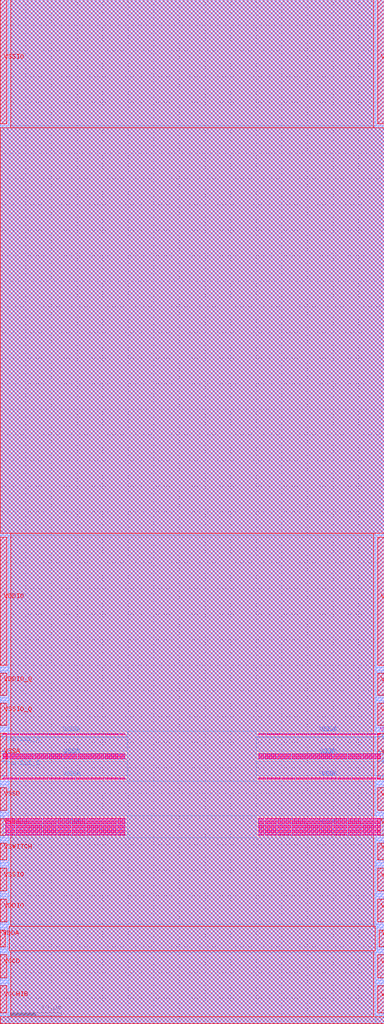
<source format=lef>
# Copyright 2020 The SkyWater PDK Authors
#
# Licensed under the Apache License, Version 2.0 (the "License");
# you may not use this file except in compliance with the License.
# You may obtain a copy of the License at
#
#     https://www.apache.org/licenses/LICENSE-2.0
#
# Unless required by applicable law or agreed to in writing, software
# distributed under the License is distributed on an "AS IS" BASIS,
# WITHOUT WARRANTIES OR CONDITIONS OF ANY KIND, either express or implied.
# See the License for the specific language governing permissions and
# limitations under the License.
#
# SPDX-License-Identifier: Apache-2.0

VERSION 5.5 ;
NAMESCASESENSITIVE ON ;
BUSBITCHARS "[]" ;
DIVIDERCHAR "/" ;
MACRO sky130_fd_io__overlay_vssa_hvc
  CLASS BLOCK ;
  SOURCE USER ;
  ORIGIN  0.000000  0.000000 ;
  SIZE 75 BY 200 ;
  SYMMETRY X Y R90 ;
  PIN AMUXBUS_A
    DIRECTION INOUT ;
    USE SIGNAL ;
    PORT
      LAYER met4 ;
        RECT 0.000000 53.125000 1.270000 56.105000 ;
    END
    PORT
      LAYER met4 ;
        RECT 73.730000 53.125000 75.000000 56.105000 ;
    END
  END AMUXBUS_A
  PIN AMUXBUS_B
    DIRECTION INOUT ;
    USE SIGNAL ;
    PORT
      LAYER met4 ;
        RECT 0.000000 48.365000 1.270000 51.345000 ;
    END
    PORT
      LAYER met4 ;
        RECT 73.730000 48.365000 75.000000 51.345000 ;
    END
  END AMUXBUS_B
  PIN VCCD
    DIRECTION INOUT ;
    USE POWER ;
    PORT
      LAYER met4 ;
        RECT 0.000000 8.885000 1.270000 13.535000 ;
    END
    PORT
      LAYER met4 ;
        RECT 73.730000 8.885000 75.000000 13.535000 ;
    END
    PORT
      LAYER met5 ;
        RECT 0.000000 8.985000 1.270000 13.435000 ;
    END
    PORT
      LAYER met5 ;
        RECT 73.730000 8.985000 75.000000 13.435000 ;
    END
  END VCCD
  PIN VCCHIB
    DIRECTION INOUT ;
    USE POWER ;
    PORT
      LAYER met4 ;
        RECT 0.000000 2.035000 1.270000 7.485000 ;
    END
    PORT
      LAYER met4 ;
        RECT 73.730000 2.035000 75.000000 7.485000 ;
    END
    PORT
      LAYER met5 ;
        RECT 0.000000 2.135000 1.270000 7.385000 ;
    END
    PORT
      LAYER met5 ;
        RECT 73.730000 2.135000 75.000000 7.385000 ;
    END
  END VCCHIB
  PIN VDDA
    DIRECTION INOUT ;
    USE POWER ;
    PORT
      LAYER met4 ;
        RECT 0.000000 14.935000 0.965000 18.385000 ;
    END
    PORT
      LAYER met4 ;
        RECT 74.035000 14.935000 75.000000 18.385000 ;
    END
    PORT
      LAYER met5 ;
        RECT 0.000000 15.035000 0.965000 18.285000 ;
    END
    PORT
      LAYER met5 ;
        RECT 74.035000 15.035000 75.000000 18.285000 ;
    END
  END VDDA
  PIN VDDIO
    DIRECTION INOUT ;
    USE POWER ;
    PORT
      LAYER met4 ;
        RECT 0.000000 19.785000 1.270000 24.435000 ;
    END
    PORT
      LAYER met4 ;
        RECT 0.000000 70.035000 1.270000 95.000000 ;
    END
    PORT
      LAYER met4 ;
        RECT 73.730000 19.785000 75.000000 24.435000 ;
    END
    PORT
      LAYER met4 ;
        RECT 73.730000 70.035000 75.000000 95.000000 ;
    END
    PORT
      LAYER met5 ;
        RECT 0.000000 19.885000 1.270000 24.335000 ;
    END
    PORT
      LAYER met5 ;
        RECT 0.000000 70.035000 1.270000 94.985000 ;
    END
    PORT
      LAYER met5 ;
        RECT 73.730000 19.885000 75.000000 24.335000 ;
    END
    PORT
      LAYER met5 ;
        RECT 73.730000 70.035000 75.000000 94.985000 ;
    END
  END VDDIO
  PIN VDDIO_Q
    DIRECTION INOUT ;
    USE POWER ;
    PORT
      LAYER met4 ;
        RECT 0.000000 64.085000 1.270000 68.535000 ;
    END
    PORT
      LAYER met4 ;
        RECT 73.730000 64.085000 75.000000 68.535000 ;
    END
    PORT
      LAYER met5 ;
        RECT 0.000000 64.185000 1.270000 68.435000 ;
    END
    PORT
      LAYER met5 ;
        RECT 73.730000 64.185000 75.000000 68.435000 ;
    END
  END VDDIO_Q
  PIN VSSA
    DIRECTION INOUT ;
    USE GROUND ;
    PORT
      LAYER met3 ;
        RECT 0.495000 51.650000 24.395000 52.820000 ;
    END
    PORT
      LAYER met3 ;
        RECT 0.530000 47.740000 24.395000 48.060000 ;
    END
    PORT
      LAYER met3 ;
        RECT 0.530000 56.410000 24.395000 56.730000 ;
    END
    PORT
      LAYER met3 ;
        RECT 0.970000 36.740000 24.395000 40.180000 ;
    END
    PORT
      LAYER met3 ;
        RECT 50.390000 36.740000 74.290000 40.180000 ;
    END
    PORT
      LAYER met3 ;
        RECT 50.390000 47.740000 74.290000 48.060000 ;
    END
    PORT
      LAYER met3 ;
        RECT 50.390000 51.650000 74.290000 52.820000 ;
    END
    PORT
      LAYER met3 ;
        RECT 50.390000 56.410000 74.290000 56.730000 ;
    END
    PORT
      LAYER met4 ;
        RECT 0.000000 36.735000 24.370000 40.185000 ;
    END
    PORT
      LAYER met4 ;
        RECT 0.000000 47.735000 24.370000 48.065000 ;
    END
    PORT
      LAYER met4 ;
        RECT 0.000000 51.645000 24.370000 52.825000 ;
    END
    PORT
      LAYER met4 ;
        RECT 0.000000 56.405000 24.370000 56.735000 ;
    END
    PORT
      LAYER met4 ;
        RECT 50.415000 36.735000 75.000000 40.185000 ;
    END
    PORT
      LAYER met4 ;
        RECT 50.415000 47.735000 75.000000 48.065000 ;
    END
    PORT
      LAYER met4 ;
        RECT 50.415000 51.645000 75.000000 52.825000 ;
    END
    PORT
      LAYER met4 ;
        RECT 50.415000 56.405000 75.000000 56.735000 ;
    END
    PORT
      LAYER met5 ;
        RECT 0.000000 36.840000 1.270000 40.085000 ;
    END
    PORT
      LAYER met5 ;
        RECT 0.000000 47.735000 1.270000 56.735000 ;
    END
    PORT
      LAYER met5 ;
        RECT 73.730000 36.840000 75.000000 40.085000 ;
    END
    PORT
      LAYER met5 ;
        RECT 73.730000 47.735000 75.000000 56.735000 ;
    END
    PORT
      LAYER via3 ;
        RECT  0.585000 51.715000  0.785000 51.915000 ;
        RECT  0.585000 52.135000  0.785000 52.335000 ;
        RECT  0.585000 52.555000  0.785000 52.755000 ;
        RECT  0.620000 47.800000  0.820000 48.000000 ;
        RECT  0.620000 56.470000  0.820000 56.670000 ;
        RECT  0.995000 51.715000  1.195000 51.915000 ;
        RECT  0.995000 52.135000  1.195000 52.335000 ;
        RECT  0.995000 52.555000  1.195000 52.755000 ;
        RECT  1.025000 47.800000  1.225000 48.000000 ;
        RECT  1.025000 56.470000  1.225000 56.670000 ;
        RECT  1.060000 36.820000  1.260000 37.020000 ;
        RECT  1.060000 37.260000  1.260000 37.460000 ;
        RECT  1.060000 37.700000  1.260000 37.900000 ;
        RECT  1.060000 38.140000  1.260000 38.340000 ;
        RECT  1.060000 38.580000  1.260000 38.780000 ;
        RECT  1.060000 39.020000  1.260000 39.220000 ;
        RECT  1.060000 39.460000  1.260000 39.660000 ;
        RECT  1.060000 39.900000  1.260000 40.100000 ;
        RECT  1.405000 51.715000  1.605000 51.915000 ;
        RECT  1.405000 52.135000  1.605000 52.335000 ;
        RECT  1.405000 52.555000  1.605000 52.755000 ;
        RECT  1.430000 47.800000  1.630000 48.000000 ;
        RECT  1.430000 56.470000  1.630000 56.670000 ;
        RECT  1.465000 36.820000  1.665000 37.020000 ;
        RECT  1.465000 37.260000  1.665000 37.460000 ;
        RECT  1.465000 37.700000  1.665000 37.900000 ;
        RECT  1.465000 38.140000  1.665000 38.340000 ;
        RECT  1.465000 38.580000  1.665000 38.780000 ;
        RECT  1.465000 39.020000  1.665000 39.220000 ;
        RECT  1.465000 39.460000  1.665000 39.660000 ;
        RECT  1.465000 39.900000  1.665000 40.100000 ;
        RECT  1.815000 51.715000  2.015000 51.915000 ;
        RECT  1.815000 52.135000  2.015000 52.335000 ;
        RECT  1.815000 52.555000  2.015000 52.755000 ;
        RECT  1.835000 47.800000  2.035000 48.000000 ;
        RECT  1.835000 56.470000  2.035000 56.670000 ;
        RECT  1.870000 36.820000  2.070000 37.020000 ;
        RECT  1.870000 37.260000  2.070000 37.460000 ;
        RECT  1.870000 37.700000  2.070000 37.900000 ;
        RECT  1.870000 38.140000  2.070000 38.340000 ;
        RECT  1.870000 38.580000  2.070000 38.780000 ;
        RECT  1.870000 39.020000  2.070000 39.220000 ;
        RECT  1.870000 39.460000  2.070000 39.660000 ;
        RECT  1.870000 39.900000  2.070000 40.100000 ;
        RECT  2.225000 51.715000  2.425000 51.915000 ;
        RECT  2.225000 52.135000  2.425000 52.335000 ;
        RECT  2.225000 52.555000  2.425000 52.755000 ;
        RECT  2.240000 47.800000  2.440000 48.000000 ;
        RECT  2.240000 56.470000  2.440000 56.670000 ;
        RECT  2.275000 36.820000  2.475000 37.020000 ;
        RECT  2.275000 37.260000  2.475000 37.460000 ;
        RECT  2.275000 37.700000  2.475000 37.900000 ;
        RECT  2.275000 38.140000  2.475000 38.340000 ;
        RECT  2.275000 38.580000  2.475000 38.780000 ;
        RECT  2.275000 39.020000  2.475000 39.220000 ;
        RECT  2.275000 39.460000  2.475000 39.660000 ;
        RECT  2.275000 39.900000  2.475000 40.100000 ;
        RECT  2.635000 51.715000  2.835000 51.915000 ;
        RECT  2.635000 52.135000  2.835000 52.335000 ;
        RECT  2.635000 52.555000  2.835000 52.755000 ;
        RECT  2.645000 47.800000  2.845000 48.000000 ;
        RECT  2.645000 56.470000  2.845000 56.670000 ;
        RECT  2.680000 36.820000  2.880000 37.020000 ;
        RECT  2.680000 37.260000  2.880000 37.460000 ;
        RECT  2.680000 37.700000  2.880000 37.900000 ;
        RECT  2.680000 38.140000  2.880000 38.340000 ;
        RECT  2.680000 38.580000  2.880000 38.780000 ;
        RECT  2.680000 39.020000  2.880000 39.220000 ;
        RECT  2.680000 39.460000  2.880000 39.660000 ;
        RECT  2.680000 39.900000  2.880000 40.100000 ;
        RECT  3.045000 51.715000  3.245000 51.915000 ;
        RECT  3.045000 52.135000  3.245000 52.335000 ;
        RECT  3.045000 52.555000  3.245000 52.755000 ;
        RECT  3.050000 47.800000  3.250000 48.000000 ;
        RECT  3.050000 56.470000  3.250000 56.670000 ;
        RECT  3.085000 36.820000  3.285000 37.020000 ;
        RECT  3.085000 37.260000  3.285000 37.460000 ;
        RECT  3.085000 37.700000  3.285000 37.900000 ;
        RECT  3.085000 38.140000  3.285000 38.340000 ;
        RECT  3.085000 38.580000  3.285000 38.780000 ;
        RECT  3.085000 39.020000  3.285000 39.220000 ;
        RECT  3.085000 39.460000  3.285000 39.660000 ;
        RECT  3.085000 39.900000  3.285000 40.100000 ;
        RECT  3.450000 51.715000  3.650000 51.915000 ;
        RECT  3.450000 52.135000  3.650000 52.335000 ;
        RECT  3.450000 52.555000  3.650000 52.755000 ;
        RECT  3.455000 47.800000  3.655000 48.000000 ;
        RECT  3.455000 56.470000  3.655000 56.670000 ;
        RECT  3.490000 36.820000  3.690000 37.020000 ;
        RECT  3.490000 37.260000  3.690000 37.460000 ;
        RECT  3.490000 37.700000  3.690000 37.900000 ;
        RECT  3.490000 38.140000  3.690000 38.340000 ;
        RECT  3.490000 38.580000  3.690000 38.780000 ;
        RECT  3.490000 39.020000  3.690000 39.220000 ;
        RECT  3.490000 39.460000  3.690000 39.660000 ;
        RECT  3.490000 39.900000  3.690000 40.100000 ;
        RECT  3.855000 51.715000  4.055000 51.915000 ;
        RECT  3.855000 52.135000  4.055000 52.335000 ;
        RECT  3.855000 52.555000  4.055000 52.755000 ;
        RECT  3.860000 47.800000  4.060000 48.000000 ;
        RECT  3.860000 56.470000  4.060000 56.670000 ;
        RECT  3.895000 36.820000  4.095000 37.020000 ;
        RECT  3.895000 37.260000  4.095000 37.460000 ;
        RECT  3.895000 37.700000  4.095000 37.900000 ;
        RECT  3.895000 38.140000  4.095000 38.340000 ;
        RECT  3.895000 38.580000  4.095000 38.780000 ;
        RECT  3.895000 39.020000  4.095000 39.220000 ;
        RECT  3.895000 39.460000  4.095000 39.660000 ;
        RECT  3.895000 39.900000  4.095000 40.100000 ;
        RECT  4.260000 51.715000  4.460000 51.915000 ;
        RECT  4.260000 52.135000  4.460000 52.335000 ;
        RECT  4.260000 52.555000  4.460000 52.755000 ;
        RECT  4.265000 47.800000  4.465000 48.000000 ;
        RECT  4.265000 56.470000  4.465000 56.670000 ;
        RECT  4.300000 36.820000  4.500000 37.020000 ;
        RECT  4.300000 37.260000  4.500000 37.460000 ;
        RECT  4.300000 37.700000  4.500000 37.900000 ;
        RECT  4.300000 38.140000  4.500000 38.340000 ;
        RECT  4.300000 38.580000  4.500000 38.780000 ;
        RECT  4.300000 39.020000  4.500000 39.220000 ;
        RECT  4.300000 39.460000  4.500000 39.660000 ;
        RECT  4.300000 39.900000  4.500000 40.100000 ;
        RECT  4.665000 51.715000  4.865000 51.915000 ;
        RECT  4.665000 52.135000  4.865000 52.335000 ;
        RECT  4.665000 52.555000  4.865000 52.755000 ;
        RECT  4.670000 47.800000  4.870000 48.000000 ;
        RECT  4.670000 56.470000  4.870000 56.670000 ;
        RECT  4.705000 36.820000  4.905000 37.020000 ;
        RECT  4.705000 37.260000  4.905000 37.460000 ;
        RECT  4.705000 37.700000  4.905000 37.900000 ;
        RECT  4.705000 38.140000  4.905000 38.340000 ;
        RECT  4.705000 38.580000  4.905000 38.780000 ;
        RECT  4.705000 39.020000  4.905000 39.220000 ;
        RECT  4.705000 39.460000  4.905000 39.660000 ;
        RECT  4.705000 39.900000  4.905000 40.100000 ;
        RECT  5.070000 51.715000  5.270000 51.915000 ;
        RECT  5.070000 52.135000  5.270000 52.335000 ;
        RECT  5.070000 52.555000  5.270000 52.755000 ;
        RECT  5.075000 47.800000  5.275000 48.000000 ;
        RECT  5.075000 56.470000  5.275000 56.670000 ;
        RECT  5.110000 36.820000  5.310000 37.020000 ;
        RECT  5.110000 37.260000  5.310000 37.460000 ;
        RECT  5.110000 37.700000  5.310000 37.900000 ;
        RECT  5.110000 38.140000  5.310000 38.340000 ;
        RECT  5.110000 38.580000  5.310000 38.780000 ;
        RECT  5.110000 39.020000  5.310000 39.220000 ;
        RECT  5.110000 39.460000  5.310000 39.660000 ;
        RECT  5.110000 39.900000  5.310000 40.100000 ;
        RECT  5.475000 51.715000  5.675000 51.915000 ;
        RECT  5.475000 52.135000  5.675000 52.335000 ;
        RECT  5.475000 52.555000  5.675000 52.755000 ;
        RECT  5.480000 47.800000  5.680000 48.000000 ;
        RECT  5.480000 56.470000  5.680000 56.670000 ;
        RECT  5.515000 36.820000  5.715000 37.020000 ;
        RECT  5.515000 37.260000  5.715000 37.460000 ;
        RECT  5.515000 37.700000  5.715000 37.900000 ;
        RECT  5.515000 38.140000  5.715000 38.340000 ;
        RECT  5.515000 38.580000  5.715000 38.780000 ;
        RECT  5.515000 39.020000  5.715000 39.220000 ;
        RECT  5.515000 39.460000  5.715000 39.660000 ;
        RECT  5.515000 39.900000  5.715000 40.100000 ;
        RECT  5.880000 51.715000  6.080000 51.915000 ;
        RECT  5.880000 52.135000  6.080000 52.335000 ;
        RECT  5.880000 52.555000  6.080000 52.755000 ;
        RECT  5.885000 47.800000  6.085000 48.000000 ;
        RECT  5.885000 56.470000  6.085000 56.670000 ;
        RECT  5.920000 36.820000  6.120000 37.020000 ;
        RECT  5.920000 37.260000  6.120000 37.460000 ;
        RECT  5.920000 37.700000  6.120000 37.900000 ;
        RECT  5.920000 38.140000  6.120000 38.340000 ;
        RECT  5.920000 38.580000  6.120000 38.780000 ;
        RECT  5.920000 39.020000  6.120000 39.220000 ;
        RECT  5.920000 39.460000  6.120000 39.660000 ;
        RECT  5.920000 39.900000  6.120000 40.100000 ;
        RECT  6.285000 51.715000  6.485000 51.915000 ;
        RECT  6.285000 52.135000  6.485000 52.335000 ;
        RECT  6.285000 52.555000  6.485000 52.755000 ;
        RECT  6.290000 47.800000  6.490000 48.000000 ;
        RECT  6.290000 56.470000  6.490000 56.670000 ;
        RECT  6.325000 36.820000  6.525000 37.020000 ;
        RECT  6.325000 37.260000  6.525000 37.460000 ;
        RECT  6.325000 37.700000  6.525000 37.900000 ;
        RECT  6.325000 38.140000  6.525000 38.340000 ;
        RECT  6.325000 38.580000  6.525000 38.780000 ;
        RECT  6.325000 39.020000  6.525000 39.220000 ;
        RECT  6.325000 39.460000  6.525000 39.660000 ;
        RECT  6.325000 39.900000  6.525000 40.100000 ;
        RECT  6.690000 51.715000  6.890000 51.915000 ;
        RECT  6.690000 52.135000  6.890000 52.335000 ;
        RECT  6.690000 52.555000  6.890000 52.755000 ;
        RECT  6.695000 47.800000  6.895000 48.000000 ;
        RECT  6.695000 56.470000  6.895000 56.670000 ;
        RECT  6.730000 36.820000  6.930000 37.020000 ;
        RECT  6.730000 37.260000  6.930000 37.460000 ;
        RECT  6.730000 37.700000  6.930000 37.900000 ;
        RECT  6.730000 38.140000  6.930000 38.340000 ;
        RECT  6.730000 38.580000  6.930000 38.780000 ;
        RECT  6.730000 39.020000  6.930000 39.220000 ;
        RECT  6.730000 39.460000  6.930000 39.660000 ;
        RECT  6.730000 39.900000  6.930000 40.100000 ;
        RECT  7.095000 51.715000  7.295000 51.915000 ;
        RECT  7.095000 52.135000  7.295000 52.335000 ;
        RECT  7.095000 52.555000  7.295000 52.755000 ;
        RECT  7.100000 47.800000  7.300000 48.000000 ;
        RECT  7.100000 56.470000  7.300000 56.670000 ;
        RECT  7.135000 36.820000  7.335000 37.020000 ;
        RECT  7.135000 37.260000  7.335000 37.460000 ;
        RECT  7.135000 37.700000  7.335000 37.900000 ;
        RECT  7.135000 38.140000  7.335000 38.340000 ;
        RECT  7.135000 38.580000  7.335000 38.780000 ;
        RECT  7.135000 39.020000  7.335000 39.220000 ;
        RECT  7.135000 39.460000  7.335000 39.660000 ;
        RECT  7.135000 39.900000  7.335000 40.100000 ;
        RECT  7.500000 51.715000  7.700000 51.915000 ;
        RECT  7.500000 52.135000  7.700000 52.335000 ;
        RECT  7.500000 52.555000  7.700000 52.755000 ;
        RECT  7.505000 47.800000  7.705000 48.000000 ;
        RECT  7.505000 56.470000  7.705000 56.670000 ;
        RECT  7.540000 36.820000  7.740000 37.020000 ;
        RECT  7.540000 37.260000  7.740000 37.460000 ;
        RECT  7.540000 37.700000  7.740000 37.900000 ;
        RECT  7.540000 38.140000  7.740000 38.340000 ;
        RECT  7.540000 38.580000  7.740000 38.780000 ;
        RECT  7.540000 39.020000  7.740000 39.220000 ;
        RECT  7.540000 39.460000  7.740000 39.660000 ;
        RECT  7.540000 39.900000  7.740000 40.100000 ;
        RECT  7.905000 51.715000  8.105000 51.915000 ;
        RECT  7.905000 52.135000  8.105000 52.335000 ;
        RECT  7.905000 52.555000  8.105000 52.755000 ;
        RECT  7.910000 47.800000  8.110000 48.000000 ;
        RECT  7.910000 56.470000  8.110000 56.670000 ;
        RECT  7.945000 36.820000  8.145000 37.020000 ;
        RECT  7.945000 37.260000  8.145000 37.460000 ;
        RECT  7.945000 37.700000  8.145000 37.900000 ;
        RECT  7.945000 38.140000  8.145000 38.340000 ;
        RECT  7.945000 38.580000  8.145000 38.780000 ;
        RECT  7.945000 39.020000  8.145000 39.220000 ;
        RECT  7.945000 39.460000  8.145000 39.660000 ;
        RECT  7.945000 39.900000  8.145000 40.100000 ;
        RECT  8.310000 51.715000  8.510000 51.915000 ;
        RECT  8.310000 52.135000  8.510000 52.335000 ;
        RECT  8.310000 52.555000  8.510000 52.755000 ;
        RECT  8.315000 47.800000  8.515000 48.000000 ;
        RECT  8.315000 56.470000  8.515000 56.670000 ;
        RECT  8.350000 36.820000  8.550000 37.020000 ;
        RECT  8.350000 37.260000  8.550000 37.460000 ;
        RECT  8.350000 37.700000  8.550000 37.900000 ;
        RECT  8.350000 38.140000  8.550000 38.340000 ;
        RECT  8.350000 38.580000  8.550000 38.780000 ;
        RECT  8.350000 39.020000  8.550000 39.220000 ;
        RECT  8.350000 39.460000  8.550000 39.660000 ;
        RECT  8.350000 39.900000  8.550000 40.100000 ;
        RECT  8.715000 51.715000  8.915000 51.915000 ;
        RECT  8.715000 52.135000  8.915000 52.335000 ;
        RECT  8.715000 52.555000  8.915000 52.755000 ;
        RECT  8.720000 47.800000  8.920000 48.000000 ;
        RECT  8.720000 56.470000  8.920000 56.670000 ;
        RECT  8.755000 36.820000  8.955000 37.020000 ;
        RECT  8.755000 37.260000  8.955000 37.460000 ;
        RECT  8.755000 37.700000  8.955000 37.900000 ;
        RECT  8.755000 38.140000  8.955000 38.340000 ;
        RECT  8.755000 38.580000  8.955000 38.780000 ;
        RECT  8.755000 39.020000  8.955000 39.220000 ;
        RECT  8.755000 39.460000  8.955000 39.660000 ;
        RECT  8.755000 39.900000  8.955000 40.100000 ;
        RECT  9.120000 51.715000  9.320000 51.915000 ;
        RECT  9.120000 52.135000  9.320000 52.335000 ;
        RECT  9.120000 52.555000  9.320000 52.755000 ;
        RECT  9.125000 47.800000  9.325000 48.000000 ;
        RECT  9.125000 56.470000  9.325000 56.670000 ;
        RECT  9.160000 36.820000  9.360000 37.020000 ;
        RECT  9.160000 37.260000  9.360000 37.460000 ;
        RECT  9.160000 37.700000  9.360000 37.900000 ;
        RECT  9.160000 38.140000  9.360000 38.340000 ;
        RECT  9.160000 38.580000  9.360000 38.780000 ;
        RECT  9.160000 39.020000  9.360000 39.220000 ;
        RECT  9.160000 39.460000  9.360000 39.660000 ;
        RECT  9.160000 39.900000  9.360000 40.100000 ;
        RECT  9.525000 51.715000  9.725000 51.915000 ;
        RECT  9.525000 52.135000  9.725000 52.335000 ;
        RECT  9.525000 52.555000  9.725000 52.755000 ;
        RECT  9.530000 47.800000  9.730000 48.000000 ;
        RECT  9.530000 56.470000  9.730000 56.670000 ;
        RECT  9.565000 36.820000  9.765000 37.020000 ;
        RECT  9.565000 37.260000  9.765000 37.460000 ;
        RECT  9.565000 37.700000  9.765000 37.900000 ;
        RECT  9.565000 38.140000  9.765000 38.340000 ;
        RECT  9.565000 38.580000  9.765000 38.780000 ;
        RECT  9.565000 39.020000  9.765000 39.220000 ;
        RECT  9.565000 39.460000  9.765000 39.660000 ;
        RECT  9.565000 39.900000  9.765000 40.100000 ;
        RECT  9.930000 51.715000 10.130000 51.915000 ;
        RECT  9.930000 52.135000 10.130000 52.335000 ;
        RECT  9.930000 52.555000 10.130000 52.755000 ;
        RECT  9.935000 47.800000 10.135000 48.000000 ;
        RECT  9.935000 56.470000 10.135000 56.670000 ;
        RECT  9.970000 36.820000 10.170000 37.020000 ;
        RECT  9.970000 37.260000 10.170000 37.460000 ;
        RECT  9.970000 37.700000 10.170000 37.900000 ;
        RECT  9.970000 38.140000 10.170000 38.340000 ;
        RECT  9.970000 38.580000 10.170000 38.780000 ;
        RECT  9.970000 39.020000 10.170000 39.220000 ;
        RECT  9.970000 39.460000 10.170000 39.660000 ;
        RECT  9.970000 39.900000 10.170000 40.100000 ;
        RECT 10.335000 51.715000 10.535000 51.915000 ;
        RECT 10.335000 52.135000 10.535000 52.335000 ;
        RECT 10.335000 52.555000 10.535000 52.755000 ;
        RECT 10.340000 47.800000 10.540000 48.000000 ;
        RECT 10.340000 56.470000 10.540000 56.670000 ;
        RECT 10.375000 36.820000 10.575000 37.020000 ;
        RECT 10.375000 37.260000 10.575000 37.460000 ;
        RECT 10.375000 37.700000 10.575000 37.900000 ;
        RECT 10.375000 38.140000 10.575000 38.340000 ;
        RECT 10.375000 38.580000 10.575000 38.780000 ;
        RECT 10.375000 39.020000 10.575000 39.220000 ;
        RECT 10.375000 39.460000 10.575000 39.660000 ;
        RECT 10.375000 39.900000 10.575000 40.100000 ;
        RECT 10.740000 51.715000 10.940000 51.915000 ;
        RECT 10.740000 52.135000 10.940000 52.335000 ;
        RECT 10.740000 52.555000 10.940000 52.755000 ;
        RECT 10.745000 47.800000 10.945000 48.000000 ;
        RECT 10.745000 56.470000 10.945000 56.670000 ;
        RECT 10.780000 36.820000 10.980000 37.020000 ;
        RECT 10.780000 37.260000 10.980000 37.460000 ;
        RECT 10.780000 37.700000 10.980000 37.900000 ;
        RECT 10.780000 38.140000 10.980000 38.340000 ;
        RECT 10.780000 38.580000 10.980000 38.780000 ;
        RECT 10.780000 39.020000 10.980000 39.220000 ;
        RECT 10.780000 39.460000 10.980000 39.660000 ;
        RECT 10.780000 39.900000 10.980000 40.100000 ;
        RECT 11.145000 51.715000 11.345000 51.915000 ;
        RECT 11.145000 52.135000 11.345000 52.335000 ;
        RECT 11.145000 52.555000 11.345000 52.755000 ;
        RECT 11.150000 47.800000 11.350000 48.000000 ;
        RECT 11.150000 56.470000 11.350000 56.670000 ;
        RECT 11.185000 36.820000 11.385000 37.020000 ;
        RECT 11.185000 37.260000 11.385000 37.460000 ;
        RECT 11.185000 37.700000 11.385000 37.900000 ;
        RECT 11.185000 38.140000 11.385000 38.340000 ;
        RECT 11.185000 38.580000 11.385000 38.780000 ;
        RECT 11.185000 39.020000 11.385000 39.220000 ;
        RECT 11.185000 39.460000 11.385000 39.660000 ;
        RECT 11.185000 39.900000 11.385000 40.100000 ;
        RECT 11.550000 51.715000 11.750000 51.915000 ;
        RECT 11.550000 52.135000 11.750000 52.335000 ;
        RECT 11.550000 52.555000 11.750000 52.755000 ;
        RECT 11.555000 47.800000 11.755000 48.000000 ;
        RECT 11.555000 56.470000 11.755000 56.670000 ;
        RECT 11.590000 36.820000 11.790000 37.020000 ;
        RECT 11.590000 37.260000 11.790000 37.460000 ;
        RECT 11.590000 37.700000 11.790000 37.900000 ;
        RECT 11.590000 38.140000 11.790000 38.340000 ;
        RECT 11.590000 38.580000 11.790000 38.780000 ;
        RECT 11.590000 39.020000 11.790000 39.220000 ;
        RECT 11.590000 39.460000 11.790000 39.660000 ;
        RECT 11.590000 39.900000 11.790000 40.100000 ;
        RECT 11.955000 51.715000 12.155000 51.915000 ;
        RECT 11.955000 52.135000 12.155000 52.335000 ;
        RECT 11.955000 52.555000 12.155000 52.755000 ;
        RECT 11.960000 47.800000 12.160000 48.000000 ;
        RECT 11.960000 56.470000 12.160000 56.670000 ;
        RECT 11.995000 36.820000 12.195000 37.020000 ;
        RECT 11.995000 37.260000 12.195000 37.460000 ;
        RECT 11.995000 37.700000 12.195000 37.900000 ;
        RECT 11.995000 38.140000 12.195000 38.340000 ;
        RECT 11.995000 38.580000 12.195000 38.780000 ;
        RECT 11.995000 39.020000 12.195000 39.220000 ;
        RECT 11.995000 39.460000 12.195000 39.660000 ;
        RECT 11.995000 39.900000 12.195000 40.100000 ;
        RECT 12.360000 51.715000 12.560000 51.915000 ;
        RECT 12.360000 52.135000 12.560000 52.335000 ;
        RECT 12.360000 52.555000 12.560000 52.755000 ;
        RECT 12.365000 47.800000 12.565000 48.000000 ;
        RECT 12.365000 56.470000 12.565000 56.670000 ;
        RECT 12.400000 36.820000 12.600000 37.020000 ;
        RECT 12.400000 37.260000 12.600000 37.460000 ;
        RECT 12.400000 37.700000 12.600000 37.900000 ;
        RECT 12.400000 38.140000 12.600000 38.340000 ;
        RECT 12.400000 38.580000 12.600000 38.780000 ;
        RECT 12.400000 39.020000 12.600000 39.220000 ;
        RECT 12.400000 39.460000 12.600000 39.660000 ;
        RECT 12.400000 39.900000 12.600000 40.100000 ;
        RECT 12.765000 51.715000 12.965000 51.915000 ;
        RECT 12.765000 52.135000 12.965000 52.335000 ;
        RECT 12.765000 52.555000 12.965000 52.755000 ;
        RECT 12.770000 47.800000 12.970000 48.000000 ;
        RECT 12.770000 56.470000 12.970000 56.670000 ;
        RECT 12.805000 36.820000 13.005000 37.020000 ;
        RECT 12.805000 37.260000 13.005000 37.460000 ;
        RECT 12.805000 37.700000 13.005000 37.900000 ;
        RECT 12.805000 38.140000 13.005000 38.340000 ;
        RECT 12.805000 38.580000 13.005000 38.780000 ;
        RECT 12.805000 39.020000 13.005000 39.220000 ;
        RECT 12.805000 39.460000 13.005000 39.660000 ;
        RECT 12.805000 39.900000 13.005000 40.100000 ;
        RECT 13.170000 51.715000 13.370000 51.915000 ;
        RECT 13.170000 52.135000 13.370000 52.335000 ;
        RECT 13.170000 52.555000 13.370000 52.755000 ;
        RECT 13.175000 47.800000 13.375000 48.000000 ;
        RECT 13.175000 56.470000 13.375000 56.670000 ;
        RECT 13.210000 36.820000 13.410000 37.020000 ;
        RECT 13.210000 37.260000 13.410000 37.460000 ;
        RECT 13.210000 37.700000 13.410000 37.900000 ;
        RECT 13.210000 38.140000 13.410000 38.340000 ;
        RECT 13.210000 38.580000 13.410000 38.780000 ;
        RECT 13.210000 39.020000 13.410000 39.220000 ;
        RECT 13.210000 39.460000 13.410000 39.660000 ;
        RECT 13.210000 39.900000 13.410000 40.100000 ;
        RECT 13.575000 51.715000 13.775000 51.915000 ;
        RECT 13.575000 52.135000 13.775000 52.335000 ;
        RECT 13.575000 52.555000 13.775000 52.755000 ;
        RECT 13.580000 47.800000 13.780000 48.000000 ;
        RECT 13.580000 56.470000 13.780000 56.670000 ;
        RECT 13.615000 36.820000 13.815000 37.020000 ;
        RECT 13.615000 37.260000 13.815000 37.460000 ;
        RECT 13.615000 37.700000 13.815000 37.900000 ;
        RECT 13.615000 38.140000 13.815000 38.340000 ;
        RECT 13.615000 38.580000 13.815000 38.780000 ;
        RECT 13.615000 39.020000 13.815000 39.220000 ;
        RECT 13.615000 39.460000 13.815000 39.660000 ;
        RECT 13.615000 39.900000 13.815000 40.100000 ;
        RECT 13.980000 51.715000 14.180000 51.915000 ;
        RECT 13.980000 52.135000 14.180000 52.335000 ;
        RECT 13.980000 52.555000 14.180000 52.755000 ;
        RECT 13.985000 47.800000 14.185000 48.000000 ;
        RECT 13.985000 56.470000 14.185000 56.670000 ;
        RECT 14.020000 36.820000 14.220000 37.020000 ;
        RECT 14.020000 37.260000 14.220000 37.460000 ;
        RECT 14.020000 37.700000 14.220000 37.900000 ;
        RECT 14.020000 38.140000 14.220000 38.340000 ;
        RECT 14.020000 38.580000 14.220000 38.780000 ;
        RECT 14.020000 39.020000 14.220000 39.220000 ;
        RECT 14.020000 39.460000 14.220000 39.660000 ;
        RECT 14.020000 39.900000 14.220000 40.100000 ;
        RECT 14.385000 51.715000 14.585000 51.915000 ;
        RECT 14.385000 52.135000 14.585000 52.335000 ;
        RECT 14.385000 52.555000 14.585000 52.755000 ;
        RECT 14.390000 47.800000 14.590000 48.000000 ;
        RECT 14.390000 56.470000 14.590000 56.670000 ;
        RECT 14.425000 36.820000 14.625000 37.020000 ;
        RECT 14.425000 37.260000 14.625000 37.460000 ;
        RECT 14.425000 37.700000 14.625000 37.900000 ;
        RECT 14.425000 38.140000 14.625000 38.340000 ;
        RECT 14.425000 38.580000 14.625000 38.780000 ;
        RECT 14.425000 39.020000 14.625000 39.220000 ;
        RECT 14.425000 39.460000 14.625000 39.660000 ;
        RECT 14.425000 39.900000 14.625000 40.100000 ;
        RECT 14.790000 51.715000 14.990000 51.915000 ;
        RECT 14.790000 52.135000 14.990000 52.335000 ;
        RECT 14.790000 52.555000 14.990000 52.755000 ;
        RECT 14.795000 47.800000 14.995000 48.000000 ;
        RECT 14.795000 56.470000 14.995000 56.670000 ;
        RECT 14.830000 36.820000 15.030000 37.020000 ;
        RECT 14.830000 37.260000 15.030000 37.460000 ;
        RECT 14.830000 37.700000 15.030000 37.900000 ;
        RECT 14.830000 38.140000 15.030000 38.340000 ;
        RECT 14.830000 38.580000 15.030000 38.780000 ;
        RECT 14.830000 39.020000 15.030000 39.220000 ;
        RECT 14.830000 39.460000 15.030000 39.660000 ;
        RECT 14.830000 39.900000 15.030000 40.100000 ;
        RECT 15.195000 51.715000 15.395000 51.915000 ;
        RECT 15.195000 52.135000 15.395000 52.335000 ;
        RECT 15.195000 52.555000 15.395000 52.755000 ;
        RECT 15.200000 47.800000 15.400000 48.000000 ;
        RECT 15.200000 56.470000 15.400000 56.670000 ;
        RECT 15.235000 36.820000 15.435000 37.020000 ;
        RECT 15.235000 37.260000 15.435000 37.460000 ;
        RECT 15.235000 37.700000 15.435000 37.900000 ;
        RECT 15.235000 38.140000 15.435000 38.340000 ;
        RECT 15.235000 38.580000 15.435000 38.780000 ;
        RECT 15.235000 39.020000 15.435000 39.220000 ;
        RECT 15.235000 39.460000 15.435000 39.660000 ;
        RECT 15.235000 39.900000 15.435000 40.100000 ;
        RECT 15.600000 51.715000 15.800000 51.915000 ;
        RECT 15.600000 52.135000 15.800000 52.335000 ;
        RECT 15.600000 52.555000 15.800000 52.755000 ;
        RECT 15.605000 47.800000 15.805000 48.000000 ;
        RECT 15.605000 56.470000 15.805000 56.670000 ;
        RECT 15.640000 36.820000 15.840000 37.020000 ;
        RECT 15.640000 37.260000 15.840000 37.460000 ;
        RECT 15.640000 37.700000 15.840000 37.900000 ;
        RECT 15.640000 38.140000 15.840000 38.340000 ;
        RECT 15.640000 38.580000 15.840000 38.780000 ;
        RECT 15.640000 39.020000 15.840000 39.220000 ;
        RECT 15.640000 39.460000 15.840000 39.660000 ;
        RECT 15.640000 39.900000 15.840000 40.100000 ;
        RECT 16.005000 51.715000 16.205000 51.915000 ;
        RECT 16.005000 52.135000 16.205000 52.335000 ;
        RECT 16.005000 52.555000 16.205000 52.755000 ;
        RECT 16.010000 47.800000 16.210000 48.000000 ;
        RECT 16.010000 56.470000 16.210000 56.670000 ;
        RECT 16.045000 36.820000 16.245000 37.020000 ;
        RECT 16.045000 37.260000 16.245000 37.460000 ;
        RECT 16.045000 37.700000 16.245000 37.900000 ;
        RECT 16.045000 38.140000 16.245000 38.340000 ;
        RECT 16.045000 38.580000 16.245000 38.780000 ;
        RECT 16.045000 39.020000 16.245000 39.220000 ;
        RECT 16.045000 39.460000 16.245000 39.660000 ;
        RECT 16.045000 39.900000 16.245000 40.100000 ;
        RECT 16.410000 51.715000 16.610000 51.915000 ;
        RECT 16.410000 52.135000 16.610000 52.335000 ;
        RECT 16.410000 52.555000 16.610000 52.755000 ;
        RECT 16.415000 47.800000 16.615000 48.000000 ;
        RECT 16.415000 56.470000 16.615000 56.670000 ;
        RECT 16.450000 36.820000 16.650000 37.020000 ;
        RECT 16.450000 37.260000 16.650000 37.460000 ;
        RECT 16.450000 37.700000 16.650000 37.900000 ;
        RECT 16.450000 38.140000 16.650000 38.340000 ;
        RECT 16.450000 38.580000 16.650000 38.780000 ;
        RECT 16.450000 39.020000 16.650000 39.220000 ;
        RECT 16.450000 39.460000 16.650000 39.660000 ;
        RECT 16.450000 39.900000 16.650000 40.100000 ;
        RECT 16.815000 51.715000 17.015000 51.915000 ;
        RECT 16.815000 52.135000 17.015000 52.335000 ;
        RECT 16.815000 52.555000 17.015000 52.755000 ;
        RECT 16.820000 47.800000 17.020000 48.000000 ;
        RECT 16.820000 56.470000 17.020000 56.670000 ;
        RECT 16.855000 36.820000 17.055000 37.020000 ;
        RECT 16.855000 37.260000 17.055000 37.460000 ;
        RECT 16.855000 37.700000 17.055000 37.900000 ;
        RECT 16.855000 38.140000 17.055000 38.340000 ;
        RECT 16.855000 38.580000 17.055000 38.780000 ;
        RECT 16.855000 39.020000 17.055000 39.220000 ;
        RECT 16.855000 39.460000 17.055000 39.660000 ;
        RECT 16.855000 39.900000 17.055000 40.100000 ;
        RECT 17.220000 51.715000 17.420000 51.915000 ;
        RECT 17.220000 52.135000 17.420000 52.335000 ;
        RECT 17.220000 52.555000 17.420000 52.755000 ;
        RECT 17.225000 47.800000 17.425000 48.000000 ;
        RECT 17.225000 56.470000 17.425000 56.670000 ;
        RECT 17.260000 36.820000 17.460000 37.020000 ;
        RECT 17.260000 37.260000 17.460000 37.460000 ;
        RECT 17.260000 37.700000 17.460000 37.900000 ;
        RECT 17.260000 38.140000 17.460000 38.340000 ;
        RECT 17.260000 38.580000 17.460000 38.780000 ;
        RECT 17.260000 39.020000 17.460000 39.220000 ;
        RECT 17.260000 39.460000 17.460000 39.660000 ;
        RECT 17.260000 39.900000 17.460000 40.100000 ;
        RECT 17.625000 51.715000 17.825000 51.915000 ;
        RECT 17.625000 52.135000 17.825000 52.335000 ;
        RECT 17.625000 52.555000 17.825000 52.755000 ;
        RECT 17.630000 47.800000 17.830000 48.000000 ;
        RECT 17.630000 56.470000 17.830000 56.670000 ;
        RECT 17.665000 36.820000 17.865000 37.020000 ;
        RECT 17.665000 37.260000 17.865000 37.460000 ;
        RECT 17.665000 37.700000 17.865000 37.900000 ;
        RECT 17.665000 38.140000 17.865000 38.340000 ;
        RECT 17.665000 38.580000 17.865000 38.780000 ;
        RECT 17.665000 39.020000 17.865000 39.220000 ;
        RECT 17.665000 39.460000 17.865000 39.660000 ;
        RECT 17.665000 39.900000 17.865000 40.100000 ;
        RECT 18.030000 51.715000 18.230000 51.915000 ;
        RECT 18.030000 52.135000 18.230000 52.335000 ;
        RECT 18.030000 52.555000 18.230000 52.755000 ;
        RECT 18.035000 47.800000 18.235000 48.000000 ;
        RECT 18.035000 56.470000 18.235000 56.670000 ;
        RECT 18.070000 36.820000 18.270000 37.020000 ;
        RECT 18.070000 37.260000 18.270000 37.460000 ;
        RECT 18.070000 37.700000 18.270000 37.900000 ;
        RECT 18.070000 38.140000 18.270000 38.340000 ;
        RECT 18.070000 38.580000 18.270000 38.780000 ;
        RECT 18.070000 39.020000 18.270000 39.220000 ;
        RECT 18.070000 39.460000 18.270000 39.660000 ;
        RECT 18.070000 39.900000 18.270000 40.100000 ;
        RECT 18.435000 51.715000 18.635000 51.915000 ;
        RECT 18.435000 52.135000 18.635000 52.335000 ;
        RECT 18.435000 52.555000 18.635000 52.755000 ;
        RECT 18.440000 47.800000 18.640000 48.000000 ;
        RECT 18.440000 56.470000 18.640000 56.670000 ;
        RECT 18.475000 36.820000 18.675000 37.020000 ;
        RECT 18.475000 37.260000 18.675000 37.460000 ;
        RECT 18.475000 37.700000 18.675000 37.900000 ;
        RECT 18.475000 38.140000 18.675000 38.340000 ;
        RECT 18.475000 38.580000 18.675000 38.780000 ;
        RECT 18.475000 39.020000 18.675000 39.220000 ;
        RECT 18.475000 39.460000 18.675000 39.660000 ;
        RECT 18.475000 39.900000 18.675000 40.100000 ;
        RECT 18.840000 51.715000 19.040000 51.915000 ;
        RECT 18.840000 52.135000 19.040000 52.335000 ;
        RECT 18.840000 52.555000 19.040000 52.755000 ;
        RECT 18.845000 47.800000 19.045000 48.000000 ;
        RECT 18.845000 56.470000 19.045000 56.670000 ;
        RECT 18.880000 36.820000 19.080000 37.020000 ;
        RECT 18.880000 37.260000 19.080000 37.460000 ;
        RECT 18.880000 37.700000 19.080000 37.900000 ;
        RECT 18.880000 38.140000 19.080000 38.340000 ;
        RECT 18.880000 38.580000 19.080000 38.780000 ;
        RECT 18.880000 39.020000 19.080000 39.220000 ;
        RECT 18.880000 39.460000 19.080000 39.660000 ;
        RECT 18.880000 39.900000 19.080000 40.100000 ;
        RECT 19.245000 51.715000 19.445000 51.915000 ;
        RECT 19.245000 52.135000 19.445000 52.335000 ;
        RECT 19.245000 52.555000 19.445000 52.755000 ;
        RECT 19.250000 47.800000 19.450000 48.000000 ;
        RECT 19.250000 56.470000 19.450000 56.670000 ;
        RECT 19.285000 36.820000 19.485000 37.020000 ;
        RECT 19.285000 37.260000 19.485000 37.460000 ;
        RECT 19.285000 37.700000 19.485000 37.900000 ;
        RECT 19.285000 38.140000 19.485000 38.340000 ;
        RECT 19.285000 38.580000 19.485000 38.780000 ;
        RECT 19.285000 39.020000 19.485000 39.220000 ;
        RECT 19.285000 39.460000 19.485000 39.660000 ;
        RECT 19.285000 39.900000 19.485000 40.100000 ;
        RECT 19.650000 51.715000 19.850000 51.915000 ;
        RECT 19.650000 52.135000 19.850000 52.335000 ;
        RECT 19.650000 52.555000 19.850000 52.755000 ;
        RECT 19.655000 47.800000 19.855000 48.000000 ;
        RECT 19.655000 56.470000 19.855000 56.670000 ;
        RECT 19.690000 36.820000 19.890000 37.020000 ;
        RECT 19.690000 37.260000 19.890000 37.460000 ;
        RECT 19.690000 37.700000 19.890000 37.900000 ;
        RECT 19.690000 38.140000 19.890000 38.340000 ;
        RECT 19.690000 38.580000 19.890000 38.780000 ;
        RECT 19.690000 39.020000 19.890000 39.220000 ;
        RECT 19.690000 39.460000 19.890000 39.660000 ;
        RECT 19.690000 39.900000 19.890000 40.100000 ;
        RECT 20.055000 51.715000 20.255000 51.915000 ;
        RECT 20.055000 52.135000 20.255000 52.335000 ;
        RECT 20.055000 52.555000 20.255000 52.755000 ;
        RECT 20.060000 47.800000 20.260000 48.000000 ;
        RECT 20.060000 56.470000 20.260000 56.670000 ;
        RECT 20.095000 36.820000 20.295000 37.020000 ;
        RECT 20.095000 37.260000 20.295000 37.460000 ;
        RECT 20.095000 37.700000 20.295000 37.900000 ;
        RECT 20.095000 38.140000 20.295000 38.340000 ;
        RECT 20.095000 38.580000 20.295000 38.780000 ;
        RECT 20.095000 39.020000 20.295000 39.220000 ;
        RECT 20.095000 39.460000 20.295000 39.660000 ;
        RECT 20.095000 39.900000 20.295000 40.100000 ;
        RECT 20.460000 51.715000 20.660000 51.915000 ;
        RECT 20.460000 52.135000 20.660000 52.335000 ;
        RECT 20.460000 52.555000 20.660000 52.755000 ;
        RECT 20.465000 47.800000 20.665000 48.000000 ;
        RECT 20.465000 56.470000 20.665000 56.670000 ;
        RECT 20.500000 36.820000 20.700000 37.020000 ;
        RECT 20.500000 37.260000 20.700000 37.460000 ;
        RECT 20.500000 37.700000 20.700000 37.900000 ;
        RECT 20.500000 38.140000 20.700000 38.340000 ;
        RECT 20.500000 38.580000 20.700000 38.780000 ;
        RECT 20.500000 39.020000 20.700000 39.220000 ;
        RECT 20.500000 39.460000 20.700000 39.660000 ;
        RECT 20.500000 39.900000 20.700000 40.100000 ;
        RECT 20.865000 51.715000 21.065000 51.915000 ;
        RECT 20.865000 52.135000 21.065000 52.335000 ;
        RECT 20.865000 52.555000 21.065000 52.755000 ;
        RECT 20.870000 47.800000 21.070000 48.000000 ;
        RECT 20.870000 56.470000 21.070000 56.670000 ;
        RECT 20.905000 36.820000 21.105000 37.020000 ;
        RECT 20.905000 37.260000 21.105000 37.460000 ;
        RECT 20.905000 37.700000 21.105000 37.900000 ;
        RECT 20.905000 38.140000 21.105000 38.340000 ;
        RECT 20.905000 38.580000 21.105000 38.780000 ;
        RECT 20.905000 39.020000 21.105000 39.220000 ;
        RECT 20.905000 39.460000 21.105000 39.660000 ;
        RECT 20.905000 39.900000 21.105000 40.100000 ;
        RECT 21.270000 51.715000 21.470000 51.915000 ;
        RECT 21.270000 52.135000 21.470000 52.335000 ;
        RECT 21.270000 52.555000 21.470000 52.755000 ;
        RECT 21.275000 47.800000 21.475000 48.000000 ;
        RECT 21.275000 56.470000 21.475000 56.670000 ;
        RECT 21.305000 36.820000 21.505000 37.020000 ;
        RECT 21.305000 37.260000 21.505000 37.460000 ;
        RECT 21.305000 37.700000 21.505000 37.900000 ;
        RECT 21.305000 38.140000 21.505000 38.340000 ;
        RECT 21.305000 38.580000 21.505000 38.780000 ;
        RECT 21.305000 39.020000 21.505000 39.220000 ;
        RECT 21.305000 39.460000 21.505000 39.660000 ;
        RECT 21.305000 39.900000 21.505000 40.100000 ;
        RECT 21.675000 51.715000 21.875000 51.915000 ;
        RECT 21.675000 52.135000 21.875000 52.335000 ;
        RECT 21.675000 52.555000 21.875000 52.755000 ;
        RECT 21.680000 47.800000 21.880000 48.000000 ;
        RECT 21.680000 56.470000 21.880000 56.670000 ;
        RECT 21.705000 36.820000 21.905000 37.020000 ;
        RECT 21.705000 37.260000 21.905000 37.460000 ;
        RECT 21.705000 37.700000 21.905000 37.900000 ;
        RECT 21.705000 38.140000 21.905000 38.340000 ;
        RECT 21.705000 38.580000 21.905000 38.780000 ;
        RECT 21.705000 39.020000 21.905000 39.220000 ;
        RECT 21.705000 39.460000 21.905000 39.660000 ;
        RECT 21.705000 39.900000 21.905000 40.100000 ;
        RECT 22.080000 51.715000 22.280000 51.915000 ;
        RECT 22.080000 52.135000 22.280000 52.335000 ;
        RECT 22.080000 52.555000 22.280000 52.755000 ;
        RECT 22.085000 47.800000 22.285000 48.000000 ;
        RECT 22.085000 56.470000 22.285000 56.670000 ;
        RECT 22.105000 36.820000 22.305000 37.020000 ;
        RECT 22.105000 37.260000 22.305000 37.460000 ;
        RECT 22.105000 37.700000 22.305000 37.900000 ;
        RECT 22.105000 38.140000 22.305000 38.340000 ;
        RECT 22.105000 38.580000 22.305000 38.780000 ;
        RECT 22.105000 39.020000 22.305000 39.220000 ;
        RECT 22.105000 39.460000 22.305000 39.660000 ;
        RECT 22.105000 39.900000 22.305000 40.100000 ;
        RECT 22.485000 51.715000 22.685000 51.915000 ;
        RECT 22.485000 52.135000 22.685000 52.335000 ;
        RECT 22.485000 52.555000 22.685000 52.755000 ;
        RECT 22.490000 47.800000 22.690000 48.000000 ;
        RECT 22.490000 56.470000 22.690000 56.670000 ;
        RECT 22.505000 36.820000 22.705000 37.020000 ;
        RECT 22.505000 37.260000 22.705000 37.460000 ;
        RECT 22.505000 37.700000 22.705000 37.900000 ;
        RECT 22.505000 38.140000 22.705000 38.340000 ;
        RECT 22.505000 38.580000 22.705000 38.780000 ;
        RECT 22.505000 39.020000 22.705000 39.220000 ;
        RECT 22.505000 39.460000 22.705000 39.660000 ;
        RECT 22.505000 39.900000 22.705000 40.100000 ;
        RECT 22.890000 51.715000 23.090000 51.915000 ;
        RECT 22.890000 52.135000 23.090000 52.335000 ;
        RECT 22.890000 52.555000 23.090000 52.755000 ;
        RECT 22.895000 47.800000 23.095000 48.000000 ;
        RECT 22.895000 56.470000 23.095000 56.670000 ;
        RECT 22.905000 36.820000 23.105000 37.020000 ;
        RECT 22.905000 37.260000 23.105000 37.460000 ;
        RECT 22.905000 37.700000 23.105000 37.900000 ;
        RECT 22.905000 38.140000 23.105000 38.340000 ;
        RECT 22.905000 38.580000 23.105000 38.780000 ;
        RECT 22.905000 39.020000 23.105000 39.220000 ;
        RECT 22.905000 39.460000 23.105000 39.660000 ;
        RECT 22.905000 39.900000 23.105000 40.100000 ;
        RECT 23.295000 51.715000 23.495000 51.915000 ;
        RECT 23.295000 52.135000 23.495000 52.335000 ;
        RECT 23.295000 52.555000 23.495000 52.755000 ;
        RECT 23.300000 47.800000 23.500000 48.000000 ;
        RECT 23.300000 56.470000 23.500000 56.670000 ;
        RECT 23.305000 36.820000 23.505000 37.020000 ;
        RECT 23.305000 37.260000 23.505000 37.460000 ;
        RECT 23.305000 37.700000 23.505000 37.900000 ;
        RECT 23.305000 38.140000 23.505000 38.340000 ;
        RECT 23.305000 38.580000 23.505000 38.780000 ;
        RECT 23.305000 39.020000 23.505000 39.220000 ;
        RECT 23.305000 39.460000 23.505000 39.660000 ;
        RECT 23.305000 39.900000 23.505000 40.100000 ;
        RECT 23.700000 51.715000 23.900000 51.915000 ;
        RECT 23.700000 52.135000 23.900000 52.335000 ;
        RECT 23.700000 52.555000 23.900000 52.755000 ;
        RECT 23.705000 36.820000 23.905000 37.020000 ;
        RECT 23.705000 37.260000 23.905000 37.460000 ;
        RECT 23.705000 37.700000 23.905000 37.900000 ;
        RECT 23.705000 38.140000 23.905000 38.340000 ;
        RECT 23.705000 38.580000 23.905000 38.780000 ;
        RECT 23.705000 39.020000 23.905000 39.220000 ;
        RECT 23.705000 39.460000 23.905000 39.660000 ;
        RECT 23.705000 39.900000 23.905000 40.100000 ;
        RECT 23.705000 47.800000 23.905000 48.000000 ;
        RECT 23.705000 56.470000 23.905000 56.670000 ;
        RECT 24.105000 36.820000 24.305000 37.020000 ;
        RECT 24.105000 37.260000 24.305000 37.460000 ;
        RECT 24.105000 37.700000 24.305000 37.900000 ;
        RECT 24.105000 38.140000 24.305000 38.340000 ;
        RECT 24.105000 38.580000 24.305000 38.780000 ;
        RECT 24.105000 39.020000 24.305000 39.220000 ;
        RECT 24.105000 39.460000 24.305000 39.660000 ;
        RECT 24.105000 39.900000 24.305000 40.100000 ;
        RECT 24.105000 47.800000 24.305000 48.000000 ;
        RECT 24.105000 51.715000 24.305000 51.915000 ;
        RECT 24.105000 52.135000 24.305000 52.335000 ;
        RECT 24.105000 52.555000 24.305000 52.755000 ;
        RECT 24.105000 56.470000 24.305000 56.670000 ;
        RECT 50.480000 36.820000 50.680000 37.020000 ;
        RECT 50.480000 37.260000 50.680000 37.460000 ;
        RECT 50.480000 37.700000 50.680000 37.900000 ;
        RECT 50.480000 38.140000 50.680000 38.340000 ;
        RECT 50.480000 38.580000 50.680000 38.780000 ;
        RECT 50.480000 39.020000 50.680000 39.220000 ;
        RECT 50.480000 39.460000 50.680000 39.660000 ;
        RECT 50.480000 39.900000 50.680000 40.100000 ;
        RECT 50.480000 47.800000 50.680000 48.000000 ;
        RECT 50.480000 51.715000 50.680000 51.915000 ;
        RECT 50.480000 52.135000 50.680000 52.335000 ;
        RECT 50.480000 52.555000 50.680000 52.755000 ;
        RECT 50.480000 56.470000 50.680000 56.670000 ;
        RECT 50.885000 47.800000 51.085000 48.000000 ;
        RECT 50.885000 56.470000 51.085000 56.670000 ;
        RECT 50.890000 36.820000 51.090000 37.020000 ;
        RECT 50.890000 37.260000 51.090000 37.460000 ;
        RECT 50.890000 37.700000 51.090000 37.900000 ;
        RECT 50.890000 38.140000 51.090000 38.340000 ;
        RECT 50.890000 38.580000 51.090000 38.780000 ;
        RECT 50.890000 39.020000 51.090000 39.220000 ;
        RECT 50.890000 39.460000 51.090000 39.660000 ;
        RECT 50.890000 39.900000 51.090000 40.100000 ;
        RECT 50.890000 51.715000 51.090000 51.915000 ;
        RECT 50.890000 52.135000 51.090000 52.335000 ;
        RECT 50.890000 52.555000 51.090000 52.755000 ;
        RECT 51.290000 47.800000 51.490000 48.000000 ;
        RECT 51.290000 56.470000 51.490000 56.670000 ;
        RECT 51.300000 36.820000 51.500000 37.020000 ;
        RECT 51.300000 37.260000 51.500000 37.460000 ;
        RECT 51.300000 37.700000 51.500000 37.900000 ;
        RECT 51.300000 38.140000 51.500000 38.340000 ;
        RECT 51.300000 38.580000 51.500000 38.780000 ;
        RECT 51.300000 39.020000 51.500000 39.220000 ;
        RECT 51.300000 39.460000 51.500000 39.660000 ;
        RECT 51.300000 39.900000 51.500000 40.100000 ;
        RECT 51.300000 51.715000 51.500000 51.915000 ;
        RECT 51.300000 52.135000 51.500000 52.335000 ;
        RECT 51.300000 52.555000 51.500000 52.755000 ;
        RECT 51.695000 47.800000 51.895000 48.000000 ;
        RECT 51.695000 56.470000 51.895000 56.670000 ;
        RECT 51.710000 36.820000 51.910000 37.020000 ;
        RECT 51.710000 37.260000 51.910000 37.460000 ;
        RECT 51.710000 37.700000 51.910000 37.900000 ;
        RECT 51.710000 38.140000 51.910000 38.340000 ;
        RECT 51.710000 38.580000 51.910000 38.780000 ;
        RECT 51.710000 39.020000 51.910000 39.220000 ;
        RECT 51.710000 39.460000 51.910000 39.660000 ;
        RECT 51.710000 39.900000 51.910000 40.100000 ;
        RECT 51.710000 51.715000 51.910000 51.915000 ;
        RECT 51.710000 52.135000 51.910000 52.335000 ;
        RECT 51.710000 52.555000 51.910000 52.755000 ;
        RECT 52.100000 47.800000 52.300000 48.000000 ;
        RECT 52.100000 56.470000 52.300000 56.670000 ;
        RECT 52.120000 36.820000 52.320000 37.020000 ;
        RECT 52.120000 37.260000 52.320000 37.460000 ;
        RECT 52.120000 37.700000 52.320000 37.900000 ;
        RECT 52.120000 38.140000 52.320000 38.340000 ;
        RECT 52.120000 38.580000 52.320000 38.780000 ;
        RECT 52.120000 39.020000 52.320000 39.220000 ;
        RECT 52.120000 39.460000 52.320000 39.660000 ;
        RECT 52.120000 39.900000 52.320000 40.100000 ;
        RECT 52.120000 51.715000 52.320000 51.915000 ;
        RECT 52.120000 52.135000 52.320000 52.335000 ;
        RECT 52.120000 52.555000 52.320000 52.755000 ;
        RECT 52.505000 47.800000 52.705000 48.000000 ;
        RECT 52.505000 56.470000 52.705000 56.670000 ;
        RECT 52.530000 36.820000 52.730000 37.020000 ;
        RECT 52.530000 37.260000 52.730000 37.460000 ;
        RECT 52.530000 37.700000 52.730000 37.900000 ;
        RECT 52.530000 38.140000 52.730000 38.340000 ;
        RECT 52.530000 38.580000 52.730000 38.780000 ;
        RECT 52.530000 39.020000 52.730000 39.220000 ;
        RECT 52.530000 39.460000 52.730000 39.660000 ;
        RECT 52.530000 39.900000 52.730000 40.100000 ;
        RECT 52.530000 51.715000 52.730000 51.915000 ;
        RECT 52.530000 52.135000 52.730000 52.335000 ;
        RECT 52.530000 52.555000 52.730000 52.755000 ;
        RECT 52.910000 47.800000 53.110000 48.000000 ;
        RECT 52.910000 56.470000 53.110000 56.670000 ;
        RECT 52.940000 36.820000 53.140000 37.020000 ;
        RECT 52.940000 37.260000 53.140000 37.460000 ;
        RECT 52.940000 37.700000 53.140000 37.900000 ;
        RECT 52.940000 38.140000 53.140000 38.340000 ;
        RECT 52.940000 38.580000 53.140000 38.780000 ;
        RECT 52.940000 39.020000 53.140000 39.220000 ;
        RECT 52.940000 39.460000 53.140000 39.660000 ;
        RECT 52.940000 39.900000 53.140000 40.100000 ;
        RECT 52.940000 51.715000 53.140000 51.915000 ;
        RECT 52.940000 52.135000 53.140000 52.335000 ;
        RECT 52.940000 52.555000 53.140000 52.755000 ;
        RECT 53.315000 47.800000 53.515000 48.000000 ;
        RECT 53.315000 56.470000 53.515000 56.670000 ;
        RECT 53.345000 36.820000 53.545000 37.020000 ;
        RECT 53.345000 37.260000 53.545000 37.460000 ;
        RECT 53.345000 37.700000 53.545000 37.900000 ;
        RECT 53.345000 38.140000 53.545000 38.340000 ;
        RECT 53.345000 38.580000 53.545000 38.780000 ;
        RECT 53.345000 39.020000 53.545000 39.220000 ;
        RECT 53.345000 39.460000 53.545000 39.660000 ;
        RECT 53.345000 39.900000 53.545000 40.100000 ;
        RECT 53.345000 51.715000 53.545000 51.915000 ;
        RECT 53.345000 52.135000 53.545000 52.335000 ;
        RECT 53.345000 52.555000 53.545000 52.755000 ;
        RECT 53.720000 47.800000 53.920000 48.000000 ;
        RECT 53.720000 56.470000 53.920000 56.670000 ;
        RECT 53.750000 36.820000 53.950000 37.020000 ;
        RECT 53.750000 37.260000 53.950000 37.460000 ;
        RECT 53.750000 37.700000 53.950000 37.900000 ;
        RECT 53.750000 38.140000 53.950000 38.340000 ;
        RECT 53.750000 38.580000 53.950000 38.780000 ;
        RECT 53.750000 39.020000 53.950000 39.220000 ;
        RECT 53.750000 39.460000 53.950000 39.660000 ;
        RECT 53.750000 39.900000 53.950000 40.100000 ;
        RECT 53.750000 51.715000 53.950000 51.915000 ;
        RECT 53.750000 52.135000 53.950000 52.335000 ;
        RECT 53.750000 52.555000 53.950000 52.755000 ;
        RECT 54.125000 47.800000 54.325000 48.000000 ;
        RECT 54.125000 56.470000 54.325000 56.670000 ;
        RECT 54.155000 36.820000 54.355000 37.020000 ;
        RECT 54.155000 37.260000 54.355000 37.460000 ;
        RECT 54.155000 37.700000 54.355000 37.900000 ;
        RECT 54.155000 38.140000 54.355000 38.340000 ;
        RECT 54.155000 38.580000 54.355000 38.780000 ;
        RECT 54.155000 39.020000 54.355000 39.220000 ;
        RECT 54.155000 39.460000 54.355000 39.660000 ;
        RECT 54.155000 39.900000 54.355000 40.100000 ;
        RECT 54.155000 51.715000 54.355000 51.915000 ;
        RECT 54.155000 52.135000 54.355000 52.335000 ;
        RECT 54.155000 52.555000 54.355000 52.755000 ;
        RECT 54.530000 47.800000 54.730000 48.000000 ;
        RECT 54.530000 56.470000 54.730000 56.670000 ;
        RECT 54.560000 36.820000 54.760000 37.020000 ;
        RECT 54.560000 37.260000 54.760000 37.460000 ;
        RECT 54.560000 37.700000 54.760000 37.900000 ;
        RECT 54.560000 38.140000 54.760000 38.340000 ;
        RECT 54.560000 38.580000 54.760000 38.780000 ;
        RECT 54.560000 39.020000 54.760000 39.220000 ;
        RECT 54.560000 39.460000 54.760000 39.660000 ;
        RECT 54.560000 39.900000 54.760000 40.100000 ;
        RECT 54.560000 51.715000 54.760000 51.915000 ;
        RECT 54.560000 52.135000 54.760000 52.335000 ;
        RECT 54.560000 52.555000 54.760000 52.755000 ;
        RECT 54.935000 47.800000 55.135000 48.000000 ;
        RECT 54.935000 56.470000 55.135000 56.670000 ;
        RECT 54.965000 36.820000 55.165000 37.020000 ;
        RECT 54.965000 37.260000 55.165000 37.460000 ;
        RECT 54.965000 37.700000 55.165000 37.900000 ;
        RECT 54.965000 38.140000 55.165000 38.340000 ;
        RECT 54.965000 38.580000 55.165000 38.780000 ;
        RECT 54.965000 39.020000 55.165000 39.220000 ;
        RECT 54.965000 39.460000 55.165000 39.660000 ;
        RECT 54.965000 39.900000 55.165000 40.100000 ;
        RECT 54.965000 51.715000 55.165000 51.915000 ;
        RECT 54.965000 52.135000 55.165000 52.335000 ;
        RECT 54.965000 52.555000 55.165000 52.755000 ;
        RECT 55.340000 47.800000 55.540000 48.000000 ;
        RECT 55.340000 56.470000 55.540000 56.670000 ;
        RECT 55.370000 36.820000 55.570000 37.020000 ;
        RECT 55.370000 37.260000 55.570000 37.460000 ;
        RECT 55.370000 37.700000 55.570000 37.900000 ;
        RECT 55.370000 38.140000 55.570000 38.340000 ;
        RECT 55.370000 38.580000 55.570000 38.780000 ;
        RECT 55.370000 39.020000 55.570000 39.220000 ;
        RECT 55.370000 39.460000 55.570000 39.660000 ;
        RECT 55.370000 39.900000 55.570000 40.100000 ;
        RECT 55.370000 51.715000 55.570000 51.915000 ;
        RECT 55.370000 52.135000 55.570000 52.335000 ;
        RECT 55.370000 52.555000 55.570000 52.755000 ;
        RECT 55.745000 47.800000 55.945000 48.000000 ;
        RECT 55.745000 56.470000 55.945000 56.670000 ;
        RECT 55.775000 36.820000 55.975000 37.020000 ;
        RECT 55.775000 37.260000 55.975000 37.460000 ;
        RECT 55.775000 37.700000 55.975000 37.900000 ;
        RECT 55.775000 38.140000 55.975000 38.340000 ;
        RECT 55.775000 38.580000 55.975000 38.780000 ;
        RECT 55.775000 39.020000 55.975000 39.220000 ;
        RECT 55.775000 39.460000 55.975000 39.660000 ;
        RECT 55.775000 39.900000 55.975000 40.100000 ;
        RECT 55.775000 51.715000 55.975000 51.915000 ;
        RECT 55.775000 52.135000 55.975000 52.335000 ;
        RECT 55.775000 52.555000 55.975000 52.755000 ;
        RECT 56.150000 47.800000 56.350000 48.000000 ;
        RECT 56.150000 56.470000 56.350000 56.670000 ;
        RECT 56.180000 36.820000 56.380000 37.020000 ;
        RECT 56.180000 37.260000 56.380000 37.460000 ;
        RECT 56.180000 37.700000 56.380000 37.900000 ;
        RECT 56.180000 38.140000 56.380000 38.340000 ;
        RECT 56.180000 38.580000 56.380000 38.780000 ;
        RECT 56.180000 39.020000 56.380000 39.220000 ;
        RECT 56.180000 39.460000 56.380000 39.660000 ;
        RECT 56.180000 39.900000 56.380000 40.100000 ;
        RECT 56.180000 51.715000 56.380000 51.915000 ;
        RECT 56.180000 52.135000 56.380000 52.335000 ;
        RECT 56.180000 52.555000 56.380000 52.755000 ;
        RECT 56.555000 47.800000 56.755000 48.000000 ;
        RECT 56.555000 56.470000 56.755000 56.670000 ;
        RECT 56.585000 36.820000 56.785000 37.020000 ;
        RECT 56.585000 37.260000 56.785000 37.460000 ;
        RECT 56.585000 37.700000 56.785000 37.900000 ;
        RECT 56.585000 38.140000 56.785000 38.340000 ;
        RECT 56.585000 38.580000 56.785000 38.780000 ;
        RECT 56.585000 39.020000 56.785000 39.220000 ;
        RECT 56.585000 39.460000 56.785000 39.660000 ;
        RECT 56.585000 39.900000 56.785000 40.100000 ;
        RECT 56.585000 51.715000 56.785000 51.915000 ;
        RECT 56.585000 52.135000 56.785000 52.335000 ;
        RECT 56.585000 52.555000 56.785000 52.755000 ;
        RECT 56.960000 47.800000 57.160000 48.000000 ;
        RECT 56.960000 56.470000 57.160000 56.670000 ;
        RECT 56.990000 36.820000 57.190000 37.020000 ;
        RECT 56.990000 37.260000 57.190000 37.460000 ;
        RECT 56.990000 37.700000 57.190000 37.900000 ;
        RECT 56.990000 38.140000 57.190000 38.340000 ;
        RECT 56.990000 38.580000 57.190000 38.780000 ;
        RECT 56.990000 39.020000 57.190000 39.220000 ;
        RECT 56.990000 39.460000 57.190000 39.660000 ;
        RECT 56.990000 39.900000 57.190000 40.100000 ;
        RECT 56.990000 51.715000 57.190000 51.915000 ;
        RECT 56.990000 52.135000 57.190000 52.335000 ;
        RECT 56.990000 52.555000 57.190000 52.755000 ;
        RECT 57.365000 47.800000 57.565000 48.000000 ;
        RECT 57.365000 56.470000 57.565000 56.670000 ;
        RECT 57.395000 36.820000 57.595000 37.020000 ;
        RECT 57.395000 37.260000 57.595000 37.460000 ;
        RECT 57.395000 37.700000 57.595000 37.900000 ;
        RECT 57.395000 38.140000 57.595000 38.340000 ;
        RECT 57.395000 38.580000 57.595000 38.780000 ;
        RECT 57.395000 39.020000 57.595000 39.220000 ;
        RECT 57.395000 39.460000 57.595000 39.660000 ;
        RECT 57.395000 39.900000 57.595000 40.100000 ;
        RECT 57.395000 51.715000 57.595000 51.915000 ;
        RECT 57.395000 52.135000 57.595000 52.335000 ;
        RECT 57.395000 52.555000 57.595000 52.755000 ;
        RECT 57.770000 47.800000 57.970000 48.000000 ;
        RECT 57.770000 56.470000 57.970000 56.670000 ;
        RECT 57.800000 36.820000 58.000000 37.020000 ;
        RECT 57.800000 37.260000 58.000000 37.460000 ;
        RECT 57.800000 37.700000 58.000000 37.900000 ;
        RECT 57.800000 38.140000 58.000000 38.340000 ;
        RECT 57.800000 38.580000 58.000000 38.780000 ;
        RECT 57.800000 39.020000 58.000000 39.220000 ;
        RECT 57.800000 39.460000 58.000000 39.660000 ;
        RECT 57.800000 39.900000 58.000000 40.100000 ;
        RECT 57.800000 51.715000 58.000000 51.915000 ;
        RECT 57.800000 52.135000 58.000000 52.335000 ;
        RECT 57.800000 52.555000 58.000000 52.755000 ;
        RECT 58.175000 47.800000 58.375000 48.000000 ;
        RECT 58.175000 56.470000 58.375000 56.670000 ;
        RECT 58.205000 36.820000 58.405000 37.020000 ;
        RECT 58.205000 37.260000 58.405000 37.460000 ;
        RECT 58.205000 37.700000 58.405000 37.900000 ;
        RECT 58.205000 38.140000 58.405000 38.340000 ;
        RECT 58.205000 38.580000 58.405000 38.780000 ;
        RECT 58.205000 39.020000 58.405000 39.220000 ;
        RECT 58.205000 39.460000 58.405000 39.660000 ;
        RECT 58.205000 39.900000 58.405000 40.100000 ;
        RECT 58.205000 51.715000 58.405000 51.915000 ;
        RECT 58.205000 52.135000 58.405000 52.335000 ;
        RECT 58.205000 52.555000 58.405000 52.755000 ;
        RECT 58.580000 47.800000 58.780000 48.000000 ;
        RECT 58.580000 56.470000 58.780000 56.670000 ;
        RECT 58.610000 36.820000 58.810000 37.020000 ;
        RECT 58.610000 37.260000 58.810000 37.460000 ;
        RECT 58.610000 37.700000 58.810000 37.900000 ;
        RECT 58.610000 38.140000 58.810000 38.340000 ;
        RECT 58.610000 38.580000 58.810000 38.780000 ;
        RECT 58.610000 39.020000 58.810000 39.220000 ;
        RECT 58.610000 39.460000 58.810000 39.660000 ;
        RECT 58.610000 39.900000 58.810000 40.100000 ;
        RECT 58.610000 51.715000 58.810000 51.915000 ;
        RECT 58.610000 52.135000 58.810000 52.335000 ;
        RECT 58.610000 52.555000 58.810000 52.755000 ;
        RECT 58.985000 47.800000 59.185000 48.000000 ;
        RECT 58.985000 56.470000 59.185000 56.670000 ;
        RECT 59.015000 36.820000 59.215000 37.020000 ;
        RECT 59.015000 37.260000 59.215000 37.460000 ;
        RECT 59.015000 37.700000 59.215000 37.900000 ;
        RECT 59.015000 38.140000 59.215000 38.340000 ;
        RECT 59.015000 38.580000 59.215000 38.780000 ;
        RECT 59.015000 39.020000 59.215000 39.220000 ;
        RECT 59.015000 39.460000 59.215000 39.660000 ;
        RECT 59.015000 39.900000 59.215000 40.100000 ;
        RECT 59.015000 51.715000 59.215000 51.915000 ;
        RECT 59.015000 52.135000 59.215000 52.335000 ;
        RECT 59.015000 52.555000 59.215000 52.755000 ;
        RECT 59.390000 47.800000 59.590000 48.000000 ;
        RECT 59.390000 56.470000 59.590000 56.670000 ;
        RECT 59.420000 36.820000 59.620000 37.020000 ;
        RECT 59.420000 37.260000 59.620000 37.460000 ;
        RECT 59.420000 37.700000 59.620000 37.900000 ;
        RECT 59.420000 38.140000 59.620000 38.340000 ;
        RECT 59.420000 38.580000 59.620000 38.780000 ;
        RECT 59.420000 39.020000 59.620000 39.220000 ;
        RECT 59.420000 39.460000 59.620000 39.660000 ;
        RECT 59.420000 39.900000 59.620000 40.100000 ;
        RECT 59.420000 51.715000 59.620000 51.915000 ;
        RECT 59.420000 52.135000 59.620000 52.335000 ;
        RECT 59.420000 52.555000 59.620000 52.755000 ;
        RECT 59.795000 47.800000 59.995000 48.000000 ;
        RECT 59.795000 56.470000 59.995000 56.670000 ;
        RECT 59.825000 36.820000 60.025000 37.020000 ;
        RECT 59.825000 37.260000 60.025000 37.460000 ;
        RECT 59.825000 37.700000 60.025000 37.900000 ;
        RECT 59.825000 38.140000 60.025000 38.340000 ;
        RECT 59.825000 38.580000 60.025000 38.780000 ;
        RECT 59.825000 39.020000 60.025000 39.220000 ;
        RECT 59.825000 39.460000 60.025000 39.660000 ;
        RECT 59.825000 39.900000 60.025000 40.100000 ;
        RECT 59.825000 51.715000 60.025000 51.915000 ;
        RECT 59.825000 52.135000 60.025000 52.335000 ;
        RECT 59.825000 52.555000 60.025000 52.755000 ;
        RECT 60.200000 47.800000 60.400000 48.000000 ;
        RECT 60.200000 56.470000 60.400000 56.670000 ;
        RECT 60.230000 36.820000 60.430000 37.020000 ;
        RECT 60.230000 37.260000 60.430000 37.460000 ;
        RECT 60.230000 37.700000 60.430000 37.900000 ;
        RECT 60.230000 38.140000 60.430000 38.340000 ;
        RECT 60.230000 38.580000 60.430000 38.780000 ;
        RECT 60.230000 39.020000 60.430000 39.220000 ;
        RECT 60.230000 39.460000 60.430000 39.660000 ;
        RECT 60.230000 39.900000 60.430000 40.100000 ;
        RECT 60.230000 51.715000 60.430000 51.915000 ;
        RECT 60.230000 52.135000 60.430000 52.335000 ;
        RECT 60.230000 52.555000 60.430000 52.755000 ;
        RECT 60.605000 47.800000 60.805000 48.000000 ;
        RECT 60.605000 56.470000 60.805000 56.670000 ;
        RECT 60.635000 36.820000 60.835000 37.020000 ;
        RECT 60.635000 37.260000 60.835000 37.460000 ;
        RECT 60.635000 37.700000 60.835000 37.900000 ;
        RECT 60.635000 38.140000 60.835000 38.340000 ;
        RECT 60.635000 38.580000 60.835000 38.780000 ;
        RECT 60.635000 39.020000 60.835000 39.220000 ;
        RECT 60.635000 39.460000 60.835000 39.660000 ;
        RECT 60.635000 39.900000 60.835000 40.100000 ;
        RECT 60.635000 51.715000 60.835000 51.915000 ;
        RECT 60.635000 52.135000 60.835000 52.335000 ;
        RECT 60.635000 52.555000 60.835000 52.755000 ;
        RECT 61.010000 47.800000 61.210000 48.000000 ;
        RECT 61.010000 56.470000 61.210000 56.670000 ;
        RECT 61.040000 36.820000 61.240000 37.020000 ;
        RECT 61.040000 37.260000 61.240000 37.460000 ;
        RECT 61.040000 37.700000 61.240000 37.900000 ;
        RECT 61.040000 38.140000 61.240000 38.340000 ;
        RECT 61.040000 38.580000 61.240000 38.780000 ;
        RECT 61.040000 39.020000 61.240000 39.220000 ;
        RECT 61.040000 39.460000 61.240000 39.660000 ;
        RECT 61.040000 39.900000 61.240000 40.100000 ;
        RECT 61.040000 51.715000 61.240000 51.915000 ;
        RECT 61.040000 52.135000 61.240000 52.335000 ;
        RECT 61.040000 52.555000 61.240000 52.755000 ;
        RECT 61.415000 47.800000 61.615000 48.000000 ;
        RECT 61.415000 56.470000 61.615000 56.670000 ;
        RECT 61.445000 36.820000 61.645000 37.020000 ;
        RECT 61.445000 37.260000 61.645000 37.460000 ;
        RECT 61.445000 37.700000 61.645000 37.900000 ;
        RECT 61.445000 38.140000 61.645000 38.340000 ;
        RECT 61.445000 38.580000 61.645000 38.780000 ;
        RECT 61.445000 39.020000 61.645000 39.220000 ;
        RECT 61.445000 39.460000 61.645000 39.660000 ;
        RECT 61.445000 39.900000 61.645000 40.100000 ;
        RECT 61.445000 51.715000 61.645000 51.915000 ;
        RECT 61.445000 52.135000 61.645000 52.335000 ;
        RECT 61.445000 52.555000 61.645000 52.755000 ;
        RECT 61.820000 47.800000 62.020000 48.000000 ;
        RECT 61.820000 56.470000 62.020000 56.670000 ;
        RECT 61.850000 36.820000 62.050000 37.020000 ;
        RECT 61.850000 37.260000 62.050000 37.460000 ;
        RECT 61.850000 37.700000 62.050000 37.900000 ;
        RECT 61.850000 38.140000 62.050000 38.340000 ;
        RECT 61.850000 38.580000 62.050000 38.780000 ;
        RECT 61.850000 39.020000 62.050000 39.220000 ;
        RECT 61.850000 39.460000 62.050000 39.660000 ;
        RECT 61.850000 39.900000 62.050000 40.100000 ;
        RECT 61.850000 51.715000 62.050000 51.915000 ;
        RECT 61.850000 52.135000 62.050000 52.335000 ;
        RECT 61.850000 52.555000 62.050000 52.755000 ;
        RECT 62.225000 47.800000 62.425000 48.000000 ;
        RECT 62.225000 56.470000 62.425000 56.670000 ;
        RECT 62.255000 36.820000 62.455000 37.020000 ;
        RECT 62.255000 37.260000 62.455000 37.460000 ;
        RECT 62.255000 37.700000 62.455000 37.900000 ;
        RECT 62.255000 38.140000 62.455000 38.340000 ;
        RECT 62.255000 38.580000 62.455000 38.780000 ;
        RECT 62.255000 39.020000 62.455000 39.220000 ;
        RECT 62.255000 39.460000 62.455000 39.660000 ;
        RECT 62.255000 39.900000 62.455000 40.100000 ;
        RECT 62.255000 51.715000 62.455000 51.915000 ;
        RECT 62.255000 52.135000 62.455000 52.335000 ;
        RECT 62.255000 52.555000 62.455000 52.755000 ;
        RECT 62.630000 47.800000 62.830000 48.000000 ;
        RECT 62.630000 56.470000 62.830000 56.670000 ;
        RECT 62.660000 36.820000 62.860000 37.020000 ;
        RECT 62.660000 37.260000 62.860000 37.460000 ;
        RECT 62.660000 37.700000 62.860000 37.900000 ;
        RECT 62.660000 38.140000 62.860000 38.340000 ;
        RECT 62.660000 38.580000 62.860000 38.780000 ;
        RECT 62.660000 39.020000 62.860000 39.220000 ;
        RECT 62.660000 39.460000 62.860000 39.660000 ;
        RECT 62.660000 39.900000 62.860000 40.100000 ;
        RECT 62.660000 51.715000 62.860000 51.915000 ;
        RECT 62.660000 52.135000 62.860000 52.335000 ;
        RECT 62.660000 52.555000 62.860000 52.755000 ;
        RECT 63.035000 47.800000 63.235000 48.000000 ;
        RECT 63.035000 56.470000 63.235000 56.670000 ;
        RECT 63.065000 36.820000 63.265000 37.020000 ;
        RECT 63.065000 37.260000 63.265000 37.460000 ;
        RECT 63.065000 37.700000 63.265000 37.900000 ;
        RECT 63.065000 38.140000 63.265000 38.340000 ;
        RECT 63.065000 38.580000 63.265000 38.780000 ;
        RECT 63.065000 39.020000 63.265000 39.220000 ;
        RECT 63.065000 39.460000 63.265000 39.660000 ;
        RECT 63.065000 39.900000 63.265000 40.100000 ;
        RECT 63.065000 51.715000 63.265000 51.915000 ;
        RECT 63.065000 52.135000 63.265000 52.335000 ;
        RECT 63.065000 52.555000 63.265000 52.755000 ;
        RECT 63.440000 47.800000 63.640000 48.000000 ;
        RECT 63.440000 56.470000 63.640000 56.670000 ;
        RECT 63.470000 36.820000 63.670000 37.020000 ;
        RECT 63.470000 37.260000 63.670000 37.460000 ;
        RECT 63.470000 37.700000 63.670000 37.900000 ;
        RECT 63.470000 38.140000 63.670000 38.340000 ;
        RECT 63.470000 38.580000 63.670000 38.780000 ;
        RECT 63.470000 39.020000 63.670000 39.220000 ;
        RECT 63.470000 39.460000 63.670000 39.660000 ;
        RECT 63.470000 39.900000 63.670000 40.100000 ;
        RECT 63.470000 51.715000 63.670000 51.915000 ;
        RECT 63.470000 52.135000 63.670000 52.335000 ;
        RECT 63.470000 52.555000 63.670000 52.755000 ;
        RECT 63.845000 47.800000 64.045000 48.000000 ;
        RECT 63.845000 56.470000 64.045000 56.670000 ;
        RECT 63.875000 36.820000 64.075000 37.020000 ;
        RECT 63.875000 37.260000 64.075000 37.460000 ;
        RECT 63.875000 37.700000 64.075000 37.900000 ;
        RECT 63.875000 38.140000 64.075000 38.340000 ;
        RECT 63.875000 38.580000 64.075000 38.780000 ;
        RECT 63.875000 39.020000 64.075000 39.220000 ;
        RECT 63.875000 39.460000 64.075000 39.660000 ;
        RECT 63.875000 39.900000 64.075000 40.100000 ;
        RECT 63.875000 51.715000 64.075000 51.915000 ;
        RECT 63.875000 52.135000 64.075000 52.335000 ;
        RECT 63.875000 52.555000 64.075000 52.755000 ;
        RECT 64.250000 47.800000 64.450000 48.000000 ;
        RECT 64.250000 56.470000 64.450000 56.670000 ;
        RECT 64.280000 36.820000 64.480000 37.020000 ;
        RECT 64.280000 37.260000 64.480000 37.460000 ;
        RECT 64.280000 37.700000 64.480000 37.900000 ;
        RECT 64.280000 38.140000 64.480000 38.340000 ;
        RECT 64.280000 38.580000 64.480000 38.780000 ;
        RECT 64.280000 39.020000 64.480000 39.220000 ;
        RECT 64.280000 39.460000 64.480000 39.660000 ;
        RECT 64.280000 39.900000 64.480000 40.100000 ;
        RECT 64.280000 51.715000 64.480000 51.915000 ;
        RECT 64.280000 52.135000 64.480000 52.335000 ;
        RECT 64.280000 52.555000 64.480000 52.755000 ;
        RECT 64.655000 47.800000 64.855000 48.000000 ;
        RECT 64.655000 56.470000 64.855000 56.670000 ;
        RECT 64.685000 36.820000 64.885000 37.020000 ;
        RECT 64.685000 37.260000 64.885000 37.460000 ;
        RECT 64.685000 37.700000 64.885000 37.900000 ;
        RECT 64.685000 38.140000 64.885000 38.340000 ;
        RECT 64.685000 38.580000 64.885000 38.780000 ;
        RECT 64.685000 39.020000 64.885000 39.220000 ;
        RECT 64.685000 39.460000 64.885000 39.660000 ;
        RECT 64.685000 39.900000 64.885000 40.100000 ;
        RECT 64.685000 51.715000 64.885000 51.915000 ;
        RECT 64.685000 52.135000 64.885000 52.335000 ;
        RECT 64.685000 52.555000 64.885000 52.755000 ;
        RECT 65.060000 47.800000 65.260000 48.000000 ;
        RECT 65.060000 56.470000 65.260000 56.670000 ;
        RECT 65.090000 36.820000 65.290000 37.020000 ;
        RECT 65.090000 37.260000 65.290000 37.460000 ;
        RECT 65.090000 37.700000 65.290000 37.900000 ;
        RECT 65.090000 38.140000 65.290000 38.340000 ;
        RECT 65.090000 38.580000 65.290000 38.780000 ;
        RECT 65.090000 39.020000 65.290000 39.220000 ;
        RECT 65.090000 39.460000 65.290000 39.660000 ;
        RECT 65.090000 39.900000 65.290000 40.100000 ;
        RECT 65.090000 51.715000 65.290000 51.915000 ;
        RECT 65.090000 52.135000 65.290000 52.335000 ;
        RECT 65.090000 52.555000 65.290000 52.755000 ;
        RECT 65.465000 47.800000 65.665000 48.000000 ;
        RECT 65.465000 56.470000 65.665000 56.670000 ;
        RECT 65.495000 36.820000 65.695000 37.020000 ;
        RECT 65.495000 37.260000 65.695000 37.460000 ;
        RECT 65.495000 37.700000 65.695000 37.900000 ;
        RECT 65.495000 38.140000 65.695000 38.340000 ;
        RECT 65.495000 38.580000 65.695000 38.780000 ;
        RECT 65.495000 39.020000 65.695000 39.220000 ;
        RECT 65.495000 39.460000 65.695000 39.660000 ;
        RECT 65.495000 39.900000 65.695000 40.100000 ;
        RECT 65.495000 51.715000 65.695000 51.915000 ;
        RECT 65.495000 52.135000 65.695000 52.335000 ;
        RECT 65.495000 52.555000 65.695000 52.755000 ;
        RECT 65.870000 47.800000 66.070000 48.000000 ;
        RECT 65.870000 56.470000 66.070000 56.670000 ;
        RECT 65.900000 36.820000 66.100000 37.020000 ;
        RECT 65.900000 37.260000 66.100000 37.460000 ;
        RECT 65.900000 37.700000 66.100000 37.900000 ;
        RECT 65.900000 38.140000 66.100000 38.340000 ;
        RECT 65.900000 38.580000 66.100000 38.780000 ;
        RECT 65.900000 39.020000 66.100000 39.220000 ;
        RECT 65.900000 39.460000 66.100000 39.660000 ;
        RECT 65.900000 39.900000 66.100000 40.100000 ;
        RECT 65.900000 51.715000 66.100000 51.915000 ;
        RECT 65.900000 52.135000 66.100000 52.335000 ;
        RECT 65.900000 52.555000 66.100000 52.755000 ;
        RECT 66.275000 47.800000 66.475000 48.000000 ;
        RECT 66.275000 56.470000 66.475000 56.670000 ;
        RECT 66.305000 36.820000 66.505000 37.020000 ;
        RECT 66.305000 37.260000 66.505000 37.460000 ;
        RECT 66.305000 37.700000 66.505000 37.900000 ;
        RECT 66.305000 38.140000 66.505000 38.340000 ;
        RECT 66.305000 38.580000 66.505000 38.780000 ;
        RECT 66.305000 39.020000 66.505000 39.220000 ;
        RECT 66.305000 39.460000 66.505000 39.660000 ;
        RECT 66.305000 39.900000 66.505000 40.100000 ;
        RECT 66.305000 51.715000 66.505000 51.915000 ;
        RECT 66.305000 52.135000 66.505000 52.335000 ;
        RECT 66.305000 52.555000 66.505000 52.755000 ;
        RECT 66.680000 47.800000 66.880000 48.000000 ;
        RECT 66.680000 56.470000 66.880000 56.670000 ;
        RECT 66.710000 36.820000 66.910000 37.020000 ;
        RECT 66.710000 37.260000 66.910000 37.460000 ;
        RECT 66.710000 37.700000 66.910000 37.900000 ;
        RECT 66.710000 38.140000 66.910000 38.340000 ;
        RECT 66.710000 38.580000 66.910000 38.780000 ;
        RECT 66.710000 39.020000 66.910000 39.220000 ;
        RECT 66.710000 39.460000 66.910000 39.660000 ;
        RECT 66.710000 39.900000 66.910000 40.100000 ;
        RECT 66.710000 51.715000 66.910000 51.915000 ;
        RECT 66.710000 52.135000 66.910000 52.335000 ;
        RECT 66.710000 52.555000 66.910000 52.755000 ;
        RECT 67.085000 47.800000 67.285000 48.000000 ;
        RECT 67.085000 56.470000 67.285000 56.670000 ;
        RECT 67.115000 36.820000 67.315000 37.020000 ;
        RECT 67.115000 37.260000 67.315000 37.460000 ;
        RECT 67.115000 37.700000 67.315000 37.900000 ;
        RECT 67.115000 38.140000 67.315000 38.340000 ;
        RECT 67.115000 38.580000 67.315000 38.780000 ;
        RECT 67.115000 39.020000 67.315000 39.220000 ;
        RECT 67.115000 39.460000 67.315000 39.660000 ;
        RECT 67.115000 39.900000 67.315000 40.100000 ;
        RECT 67.115000 51.715000 67.315000 51.915000 ;
        RECT 67.115000 52.135000 67.315000 52.335000 ;
        RECT 67.115000 52.555000 67.315000 52.755000 ;
        RECT 67.490000 47.800000 67.690000 48.000000 ;
        RECT 67.490000 56.470000 67.690000 56.670000 ;
        RECT 67.520000 36.820000 67.720000 37.020000 ;
        RECT 67.520000 37.260000 67.720000 37.460000 ;
        RECT 67.520000 37.700000 67.720000 37.900000 ;
        RECT 67.520000 38.140000 67.720000 38.340000 ;
        RECT 67.520000 38.580000 67.720000 38.780000 ;
        RECT 67.520000 39.020000 67.720000 39.220000 ;
        RECT 67.520000 39.460000 67.720000 39.660000 ;
        RECT 67.520000 39.900000 67.720000 40.100000 ;
        RECT 67.520000 51.715000 67.720000 51.915000 ;
        RECT 67.520000 52.135000 67.720000 52.335000 ;
        RECT 67.520000 52.555000 67.720000 52.755000 ;
        RECT 67.895000 47.800000 68.095000 48.000000 ;
        RECT 67.895000 56.470000 68.095000 56.670000 ;
        RECT 67.925000 36.820000 68.125000 37.020000 ;
        RECT 67.925000 37.260000 68.125000 37.460000 ;
        RECT 67.925000 37.700000 68.125000 37.900000 ;
        RECT 67.925000 38.140000 68.125000 38.340000 ;
        RECT 67.925000 38.580000 68.125000 38.780000 ;
        RECT 67.925000 39.020000 68.125000 39.220000 ;
        RECT 67.925000 39.460000 68.125000 39.660000 ;
        RECT 67.925000 39.900000 68.125000 40.100000 ;
        RECT 67.925000 51.715000 68.125000 51.915000 ;
        RECT 67.925000 52.135000 68.125000 52.335000 ;
        RECT 67.925000 52.555000 68.125000 52.755000 ;
        RECT 68.300000 47.800000 68.500000 48.000000 ;
        RECT 68.300000 56.470000 68.500000 56.670000 ;
        RECT 68.330000 36.820000 68.530000 37.020000 ;
        RECT 68.330000 37.260000 68.530000 37.460000 ;
        RECT 68.330000 37.700000 68.530000 37.900000 ;
        RECT 68.330000 38.140000 68.530000 38.340000 ;
        RECT 68.330000 38.580000 68.530000 38.780000 ;
        RECT 68.330000 39.020000 68.530000 39.220000 ;
        RECT 68.330000 39.460000 68.530000 39.660000 ;
        RECT 68.330000 39.900000 68.530000 40.100000 ;
        RECT 68.330000 51.715000 68.530000 51.915000 ;
        RECT 68.330000 52.135000 68.530000 52.335000 ;
        RECT 68.330000 52.555000 68.530000 52.755000 ;
        RECT 68.705000 47.800000 68.905000 48.000000 ;
        RECT 68.705000 56.470000 68.905000 56.670000 ;
        RECT 68.735000 36.820000 68.935000 37.020000 ;
        RECT 68.735000 37.260000 68.935000 37.460000 ;
        RECT 68.735000 37.700000 68.935000 37.900000 ;
        RECT 68.735000 38.140000 68.935000 38.340000 ;
        RECT 68.735000 38.580000 68.935000 38.780000 ;
        RECT 68.735000 39.020000 68.935000 39.220000 ;
        RECT 68.735000 39.460000 68.935000 39.660000 ;
        RECT 68.735000 39.900000 68.935000 40.100000 ;
        RECT 68.735000 51.715000 68.935000 51.915000 ;
        RECT 68.735000 52.135000 68.935000 52.335000 ;
        RECT 68.735000 52.555000 68.935000 52.755000 ;
        RECT 69.110000 47.800000 69.310000 48.000000 ;
        RECT 69.110000 56.470000 69.310000 56.670000 ;
        RECT 69.140000 36.820000 69.340000 37.020000 ;
        RECT 69.140000 37.260000 69.340000 37.460000 ;
        RECT 69.140000 37.700000 69.340000 37.900000 ;
        RECT 69.140000 38.140000 69.340000 38.340000 ;
        RECT 69.140000 38.580000 69.340000 38.780000 ;
        RECT 69.140000 39.020000 69.340000 39.220000 ;
        RECT 69.140000 39.460000 69.340000 39.660000 ;
        RECT 69.140000 39.900000 69.340000 40.100000 ;
        RECT 69.140000 51.715000 69.340000 51.915000 ;
        RECT 69.140000 52.135000 69.340000 52.335000 ;
        RECT 69.140000 52.555000 69.340000 52.755000 ;
        RECT 69.515000 47.800000 69.715000 48.000000 ;
        RECT 69.515000 56.470000 69.715000 56.670000 ;
        RECT 69.545000 36.820000 69.745000 37.020000 ;
        RECT 69.545000 37.260000 69.745000 37.460000 ;
        RECT 69.545000 37.700000 69.745000 37.900000 ;
        RECT 69.545000 38.140000 69.745000 38.340000 ;
        RECT 69.545000 38.580000 69.745000 38.780000 ;
        RECT 69.545000 39.020000 69.745000 39.220000 ;
        RECT 69.545000 39.460000 69.745000 39.660000 ;
        RECT 69.545000 39.900000 69.745000 40.100000 ;
        RECT 69.545000 51.715000 69.745000 51.915000 ;
        RECT 69.545000 52.135000 69.745000 52.335000 ;
        RECT 69.545000 52.555000 69.745000 52.755000 ;
        RECT 69.920000 47.800000 70.120000 48.000000 ;
        RECT 69.920000 56.470000 70.120000 56.670000 ;
        RECT 69.950000 36.820000 70.150000 37.020000 ;
        RECT 69.950000 37.260000 70.150000 37.460000 ;
        RECT 69.950000 37.700000 70.150000 37.900000 ;
        RECT 69.950000 38.140000 70.150000 38.340000 ;
        RECT 69.950000 38.580000 70.150000 38.780000 ;
        RECT 69.950000 39.020000 70.150000 39.220000 ;
        RECT 69.950000 39.460000 70.150000 39.660000 ;
        RECT 69.950000 39.900000 70.150000 40.100000 ;
        RECT 69.950000 51.715000 70.150000 51.915000 ;
        RECT 69.950000 52.135000 70.150000 52.335000 ;
        RECT 69.950000 52.555000 70.150000 52.755000 ;
        RECT 70.325000 47.800000 70.525000 48.000000 ;
        RECT 70.325000 56.470000 70.525000 56.670000 ;
        RECT 70.355000 36.820000 70.555000 37.020000 ;
        RECT 70.355000 37.260000 70.555000 37.460000 ;
        RECT 70.355000 37.700000 70.555000 37.900000 ;
        RECT 70.355000 38.140000 70.555000 38.340000 ;
        RECT 70.355000 38.580000 70.555000 38.780000 ;
        RECT 70.355000 39.020000 70.555000 39.220000 ;
        RECT 70.355000 39.460000 70.555000 39.660000 ;
        RECT 70.355000 39.900000 70.555000 40.100000 ;
        RECT 70.355000 51.715000 70.555000 51.915000 ;
        RECT 70.355000 52.135000 70.555000 52.335000 ;
        RECT 70.355000 52.555000 70.555000 52.755000 ;
        RECT 70.730000 47.800000 70.930000 48.000000 ;
        RECT 70.730000 56.470000 70.930000 56.670000 ;
        RECT 70.760000 36.820000 70.960000 37.020000 ;
        RECT 70.760000 37.260000 70.960000 37.460000 ;
        RECT 70.760000 37.700000 70.960000 37.900000 ;
        RECT 70.760000 38.140000 70.960000 38.340000 ;
        RECT 70.760000 38.580000 70.960000 38.780000 ;
        RECT 70.760000 39.020000 70.960000 39.220000 ;
        RECT 70.760000 39.460000 70.960000 39.660000 ;
        RECT 70.760000 39.900000 70.960000 40.100000 ;
        RECT 70.760000 51.715000 70.960000 51.915000 ;
        RECT 70.760000 52.135000 70.960000 52.335000 ;
        RECT 70.760000 52.555000 70.960000 52.755000 ;
        RECT 71.135000 47.800000 71.335000 48.000000 ;
        RECT 71.135000 56.470000 71.335000 56.670000 ;
        RECT 71.165000 36.820000 71.365000 37.020000 ;
        RECT 71.165000 37.260000 71.365000 37.460000 ;
        RECT 71.165000 37.700000 71.365000 37.900000 ;
        RECT 71.165000 38.140000 71.365000 38.340000 ;
        RECT 71.165000 38.580000 71.365000 38.780000 ;
        RECT 71.165000 39.020000 71.365000 39.220000 ;
        RECT 71.165000 39.460000 71.365000 39.660000 ;
        RECT 71.165000 39.900000 71.365000 40.100000 ;
        RECT 71.165000 51.715000 71.365000 51.915000 ;
        RECT 71.165000 52.135000 71.365000 52.335000 ;
        RECT 71.165000 52.555000 71.365000 52.755000 ;
        RECT 71.540000 47.800000 71.740000 48.000000 ;
        RECT 71.540000 56.470000 71.740000 56.670000 ;
        RECT 71.570000 36.820000 71.770000 37.020000 ;
        RECT 71.570000 37.260000 71.770000 37.460000 ;
        RECT 71.570000 37.700000 71.770000 37.900000 ;
        RECT 71.570000 38.140000 71.770000 38.340000 ;
        RECT 71.570000 38.580000 71.770000 38.780000 ;
        RECT 71.570000 39.020000 71.770000 39.220000 ;
        RECT 71.570000 39.460000 71.770000 39.660000 ;
        RECT 71.570000 39.900000 71.770000 40.100000 ;
        RECT 71.570000 51.715000 71.770000 51.915000 ;
        RECT 71.570000 52.135000 71.770000 52.335000 ;
        RECT 71.570000 52.555000 71.770000 52.755000 ;
        RECT 71.950000 47.800000 72.150000 48.000000 ;
        RECT 71.950000 56.470000 72.150000 56.670000 ;
        RECT 71.975000 36.820000 72.175000 37.020000 ;
        RECT 71.975000 37.260000 72.175000 37.460000 ;
        RECT 71.975000 37.700000 72.175000 37.900000 ;
        RECT 71.975000 38.140000 72.175000 38.340000 ;
        RECT 71.975000 38.580000 72.175000 38.780000 ;
        RECT 71.975000 39.020000 72.175000 39.220000 ;
        RECT 71.975000 39.460000 72.175000 39.660000 ;
        RECT 71.975000 39.900000 72.175000 40.100000 ;
        RECT 71.975000 51.715000 72.175000 51.915000 ;
        RECT 71.975000 52.135000 72.175000 52.335000 ;
        RECT 71.975000 52.555000 72.175000 52.755000 ;
        RECT 72.360000 47.800000 72.560000 48.000000 ;
        RECT 72.360000 56.470000 72.560000 56.670000 ;
        RECT 72.380000 36.820000 72.580000 37.020000 ;
        RECT 72.380000 37.260000 72.580000 37.460000 ;
        RECT 72.380000 37.700000 72.580000 37.900000 ;
        RECT 72.380000 38.140000 72.580000 38.340000 ;
        RECT 72.380000 38.580000 72.580000 38.780000 ;
        RECT 72.380000 39.020000 72.580000 39.220000 ;
        RECT 72.380000 39.460000 72.580000 39.660000 ;
        RECT 72.380000 39.900000 72.580000 40.100000 ;
        RECT 72.380000 51.715000 72.580000 51.915000 ;
        RECT 72.380000 52.135000 72.580000 52.335000 ;
        RECT 72.380000 52.555000 72.580000 52.755000 ;
        RECT 72.770000 47.800000 72.970000 48.000000 ;
        RECT 72.770000 56.470000 72.970000 56.670000 ;
        RECT 72.785000 36.820000 72.985000 37.020000 ;
        RECT 72.785000 37.260000 72.985000 37.460000 ;
        RECT 72.785000 37.700000 72.985000 37.900000 ;
        RECT 72.785000 38.140000 72.985000 38.340000 ;
        RECT 72.785000 38.580000 72.985000 38.780000 ;
        RECT 72.785000 39.020000 72.985000 39.220000 ;
        RECT 72.785000 39.460000 72.985000 39.660000 ;
        RECT 72.785000 39.900000 72.985000 40.100000 ;
        RECT 72.785000 51.715000 72.985000 51.915000 ;
        RECT 72.785000 52.135000 72.985000 52.335000 ;
        RECT 72.785000 52.555000 72.985000 52.755000 ;
        RECT 73.180000 47.800000 73.380000 48.000000 ;
        RECT 73.180000 56.470000 73.380000 56.670000 ;
        RECT 73.190000 36.820000 73.390000 37.020000 ;
        RECT 73.190000 37.260000 73.390000 37.460000 ;
        RECT 73.190000 37.700000 73.390000 37.900000 ;
        RECT 73.190000 38.140000 73.390000 38.340000 ;
        RECT 73.190000 38.580000 73.390000 38.780000 ;
        RECT 73.190000 39.020000 73.390000 39.220000 ;
        RECT 73.190000 39.460000 73.390000 39.660000 ;
        RECT 73.190000 39.900000 73.390000 40.100000 ;
        RECT 73.190000 51.715000 73.390000 51.915000 ;
        RECT 73.190000 52.135000 73.390000 52.335000 ;
        RECT 73.190000 52.555000 73.390000 52.755000 ;
        RECT 73.590000 47.800000 73.790000 48.000000 ;
        RECT 73.590000 56.470000 73.790000 56.670000 ;
        RECT 73.595000 36.820000 73.795000 37.020000 ;
        RECT 73.595000 37.260000 73.795000 37.460000 ;
        RECT 73.595000 37.700000 73.795000 37.900000 ;
        RECT 73.595000 38.140000 73.795000 38.340000 ;
        RECT 73.595000 38.580000 73.795000 38.780000 ;
        RECT 73.595000 39.020000 73.795000 39.220000 ;
        RECT 73.595000 39.460000 73.795000 39.660000 ;
        RECT 73.595000 39.900000 73.795000 40.100000 ;
        RECT 73.595000 51.715000 73.795000 51.915000 ;
        RECT 73.595000 52.135000 73.795000 52.335000 ;
        RECT 73.595000 52.555000 73.795000 52.755000 ;
        RECT 74.000000 36.820000 74.200000 37.020000 ;
        RECT 74.000000 37.260000 74.200000 37.460000 ;
        RECT 74.000000 37.700000 74.200000 37.900000 ;
        RECT 74.000000 38.140000 74.200000 38.340000 ;
        RECT 74.000000 38.580000 74.200000 38.780000 ;
        RECT 74.000000 39.020000 74.200000 39.220000 ;
        RECT 74.000000 39.460000 74.200000 39.660000 ;
        RECT 74.000000 39.900000 74.200000 40.100000 ;
        RECT 74.000000 47.800000 74.200000 48.000000 ;
        RECT 74.000000 51.715000 74.200000 51.915000 ;
        RECT 74.000000 52.135000 74.200000 52.335000 ;
        RECT 74.000000 52.555000 74.200000 52.755000 ;
        RECT 74.000000 56.470000 74.200000 56.670000 ;
    END
  END VSSA
  PIN VSSD
    DIRECTION INOUT ;
    USE GROUND ;
    PORT
      LAYER met4 ;
        RECT 0.000000 41.585000 1.270000 46.235000 ;
    END
    PORT
      LAYER met4 ;
        RECT 73.730000 41.585000 75.000000 46.235000 ;
    END
    PORT
      LAYER met5 ;
        RECT 0.000000 41.685000 1.270000 46.135000 ;
    END
    PORT
      LAYER met5 ;
        RECT 73.730000 41.685000 75.000000 46.135000 ;
    END
  END VSSD
  PIN VSSIO
    DIRECTION INOUT ;
    USE GROUND ;
    PORT
      LAYER met4 ;
        RECT 0.000000 175.785000 1.270000 200.000000 ;
    END
    PORT
      LAYER met4 ;
        RECT 0.000000 25.835000 1.270000 30.485000 ;
    END
    PORT
      LAYER met4 ;
        RECT 73.730000 175.785000 75.000000 200.000000 ;
    END
    PORT
      LAYER met4 ;
        RECT 73.730000 25.835000 75.000000 30.485000 ;
    END
    PORT
      LAYER met5 ;
        RECT 0.000000 175.785000 1.270000 200.000000 ;
    END
    PORT
      LAYER met5 ;
        RECT 0.000000 25.935000 1.270000 30.385000 ;
    END
    PORT
      LAYER met5 ;
        RECT 73.730000 175.785000 75.000000 200.000000 ;
    END
    PORT
      LAYER met5 ;
        RECT 73.730000 25.935000 75.000000 30.385000 ;
    END
  END VSSIO
  PIN VSSIO_Q
    DIRECTION INOUT ;
    USE GROUND ;
    PORT
      LAYER met4 ;
        RECT 0.000000 58.235000 1.270000 62.685000 ;
    END
    PORT
      LAYER met4 ;
        RECT 73.730000 58.235000 75.000000 62.685000 ;
    END
    PORT
      LAYER met5 ;
        RECT 0.000000 58.335000 1.270000 62.585000 ;
    END
    PORT
      LAYER met5 ;
        RECT 73.730000 58.335000 75.000000 62.585000 ;
    END
  END VSSIO_Q
  PIN VSWITCH
    DIRECTION INOUT ;
    USE POWER ;
    PORT
      LAYER met4 ;
        RECT 0.000000 31.885000 1.270000 35.335000 ;
    END
    PORT
      LAYER met4 ;
        RECT 73.730000 31.885000 75.000000 35.335000 ;
    END
    PORT
      LAYER met5 ;
        RECT 0.000000 31.985000 1.270000 35.235000 ;
    END
    PORT
      LAYER met5 ;
        RECT 73.730000 31.985000 75.000000 35.235000 ;
    END
  END VSWITCH
  OBS
    LAYER met1 ;
      RECT 0.000000 0.000000 75.000000 200.000000 ;
    LAYER met2 ;
      RECT 0.000000 0.000000 75.000000 200.000000 ;
    LAYER met3 ;
      RECT  0.000000  0.000000 75.000000  36.340000 ;
      RECT  0.000000 36.340000  0.570000  40.580000 ;
      RECT  0.000000 40.580000 75.000000  47.340000 ;
      RECT  0.000000 48.460000 24.795000  51.250000 ;
      RECT  0.000000 53.220000 24.795000  56.010000 ;
      RECT  0.000000 57.130000 75.000000 200.000000 ;
      RECT 24.795000 36.340000 49.990000  40.580000 ;
      RECT 24.795000 47.340000 49.990000  57.130000 ;
      RECT 49.990000 48.460000 75.000000  51.250000 ;
      RECT 49.990000 53.220000 75.000000  56.010000 ;
      RECT 74.690000 36.340000 75.000000  40.580000 ;
      RECT 74.690000 47.340000 75.000000  48.460000 ;
      RECT 74.690000 51.250000 75.000000  53.220000 ;
      RECT 74.690000 56.010000 75.000000  57.130000 ;
    LAYER met4 ;
      RECT  0.000000   0.000000  1.670000   1.635000 ;
      RECT  0.000000   7.885000  1.670000   8.485000 ;
      RECT  0.000000  13.935000  1.365000  14.535000 ;
      RECT  0.000000  18.785000  1.365000  19.385000 ;
      RECT  0.000000  24.835000  1.670000  25.435000 ;
      RECT  0.000000  30.885000  1.670000  31.485000 ;
      RECT  0.000000  35.735000  1.670000  36.335000 ;
      RECT  0.000000  40.585000  1.670000  41.185000 ;
      RECT  0.000000  46.635000  1.670000  47.335000 ;
      RECT  0.000000  57.135000  1.670000  57.835000 ;
      RECT  0.000000  63.085000  1.670000  63.685000 ;
      RECT  0.000000  68.935000  1.670000  69.635000 ;
      RECT  0.000000  95.400000 75.000000 175.385000 ;
      RECT  1.365000  13.935000 73.635000  19.385000 ;
      RECT  1.670000   0.000000 73.330000  13.935000 ;
      RECT  1.670000  19.385000 73.330000  36.335000 ;
      RECT  1.670000  40.585000 73.330000  47.335000 ;
      RECT  1.670000  48.465000 24.770000  51.245000 ;
      RECT  1.670000  53.225000 24.770000  56.005000 ;
      RECT  1.670000  57.135000 73.330000  95.400000 ;
      RECT  1.670000 175.385000 73.330000 200.000000 ;
      RECT 24.770000  36.335000 50.015000  40.585000 ;
      RECT 24.770000  47.335000 50.015000  57.135000 ;
      RECT 50.015000  48.465000 73.330000  51.245000 ;
      RECT 50.015000  53.225000 73.330000  56.005000 ;
      RECT 73.330000   0.000000 75.000000   1.635000 ;
      RECT 73.330000   7.885000 75.000000   8.485000 ;
      RECT 73.330000  24.835000 75.000000  25.435000 ;
      RECT 73.330000  30.885000 75.000000  31.485000 ;
      RECT 73.330000  35.735000 75.000000  36.335000 ;
      RECT 73.330000  40.585000 75.000000  41.185000 ;
      RECT 73.330000  46.635000 75.000000  47.335000 ;
      RECT 73.330000  57.135000 75.000000  57.835000 ;
      RECT 73.330000  63.085000 75.000000  63.685000 ;
      RECT 73.330000  68.935000 75.000000  69.635000 ;
      RECT 73.635000  13.935000 75.000000  14.535000 ;
      RECT 73.635000  18.785000 75.000000  19.385000 ;
    LAYER met5 ;
      RECT 0.000000   0.000000 75.000000   1.335000 ;
      RECT 0.000000  95.785000 75.000000 174.985000 ;
      RECT 1.765000  14.235000 73.235000  19.085000 ;
      RECT 2.070000   1.335000 72.930000  14.235000 ;
      RECT 2.070000  19.085000 72.930000  95.785000 ;
      RECT 2.070000 174.985000 72.930000 200.000000 ;
  END
END sky130_fd_io__overlay_vssa_hvc
END LIBRARY

</source>
